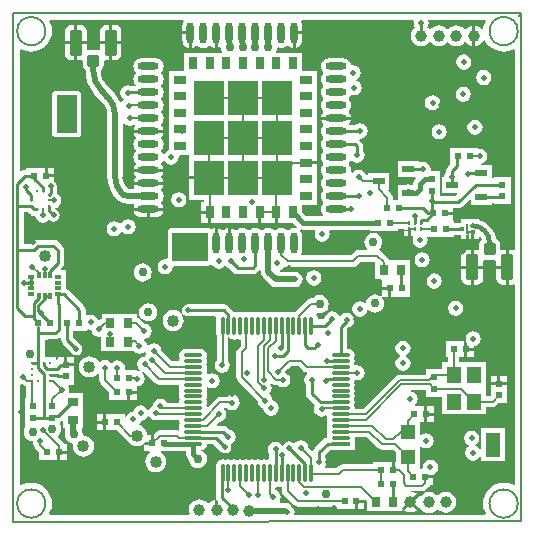
<source format=gtl>
%FSLAX25Y25*%
%MOIN*%
G70*
G01*
G75*
G04 Layer_Physical_Order=1*
G04 Layer_Color=255*
%ADD10C,0.01500*%
%ADD11C,0.02000*%
%ADD12R,0.02362X0.02362*%
%ADD13R,0.05000X0.07874*%
%ADD14R,0.05000X0.05000*%
%ADD15R,0.04800X0.05600*%
%ADD16R,0.02362X0.02362*%
%ADD17R,0.02756X0.03347*%
%ADD18O,0.06299X0.01181*%
%ADD19O,0.01181X0.06299*%
%ADD20R,0.06299X0.01181*%
%ADD21C,0.03937*%
G04:AMPARAMS|DCode=22|XSize=41.34mil|YSize=86.61mil|CornerRadius=6.2mil|HoleSize=0mil|Usage=FLASHONLY|Rotation=0.000|XOffset=0mil|YOffset=0mil|HoleType=Round|Shape=RoundedRectangle|*
%AMROUNDEDRECTD22*
21,1,0.04134,0.07421,0,0,0.0*
21,1,0.02894,0.08661,0,0,0.0*
1,1,0.01240,0.01447,-0.03711*
1,1,0.01240,-0.01447,-0.03711*
1,1,0.01240,-0.01447,0.03711*
1,1,0.01240,0.01447,0.03711*
%
%ADD22ROUNDEDRECTD22*%
G04:AMPARAMS|DCode=23|XSize=39.37mil|YSize=41.34mil|CornerRadius=5.91mil|HoleSize=0mil|Usage=FLASHONLY|Rotation=0.000|XOffset=0mil|YOffset=0mil|HoleType=Round|Shape=RoundedRectangle|*
%AMROUNDEDRECTD23*
21,1,0.03937,0.02953,0,0,0.0*
21,1,0.02756,0.04134,0,0,0.0*
1,1,0.01181,0.01378,-0.01476*
1,1,0.01181,-0.01378,-0.01476*
1,1,0.01181,-0.01378,0.01476*
1,1,0.01181,0.01378,0.01476*
%
%ADD23ROUNDEDRECTD23*%
%ADD24R,0.00984X0.01083*%
%ADD25R,0.01083X0.00984*%
%ADD26R,0.03347X0.02756*%
%ADD27R,0.01890X0.01181*%
%ADD28R,0.01181X0.01890*%
%ADD29R,0.00984X0.01083*%
%ADD30R,0.01083X0.00984*%
%ADD31R,0.00787X0.01378*%
%ADD32R,0.01181X0.01378*%
%ADD33R,0.00984X0.01378*%
%ADD34R,0.01181X0.01181*%
%ADD35R,0.03937X0.02362*%
%ADD36R,0.03937X0.03150*%
%ADD37R,0.03150X0.03937*%
%ADD38R,0.09843X0.11811*%
%ADD39O,0.07087X0.02362*%
%ADD40O,0.02362X0.07087*%
%ADD41C,0.00800*%
%ADD42C,0.01000*%
%ADD43C,0.00500*%
%ADD44C,0.00600*%
%ADD45R,0.12000X0.09600*%
%ADD46C,0.02000*%
%ADD47C,0.04000*%
%ADD48C,0.03000*%
G36*
X121418Y24356D02*
X122013Y23958D01*
X122130Y23935D01*
X122715Y23818D01*
X126549D01*
X127340Y23027D01*
Y19800D01*
X127091D01*
Y17118D01*
X126091D01*
Y19800D01*
X119973D01*
Y19056D01*
X109875D01*
X109134Y18909D01*
X108505Y18489D01*
X107655Y17639D01*
X104003D01*
X103768Y18080D01*
X104283Y18851D01*
X104477Y19827D01*
X104283Y20802D01*
X103967Y21275D01*
Y22173D01*
X105558Y23763D01*
X113707D01*
Y27617D01*
X113748Y27822D01*
X113858Y27956D01*
X117818D01*
X121418Y24356D01*
D02*
G37*
G36*
X157361Y166684D02*
X157010Y166027D01*
X156617Y164732D01*
X156571Y164260D01*
X156090Y164122D01*
X155974Y164274D01*
X155249Y164830D01*
X154405Y165179D01*
X154000Y165233D01*
Y161799D01*
Y158367D01*
X154405Y158421D01*
X155249Y158770D01*
X155974Y159326D01*
X156530Y160051D01*
X156677Y160408D01*
X157177Y160432D01*
X157648Y159552D01*
X158506Y158506D01*
X159552Y157648D01*
X160745Y157010D01*
X162039Y156617D01*
X163386Y156484D01*
X164732Y156617D01*
X166027Y157010D01*
X166684Y157361D01*
X167113Y157104D01*
Y90736D01*
X166727Y90418D01*
X165954Y90572D01*
X165007D01*
Y84699D01*
Y78828D01*
X165954D01*
X166727Y78982D01*
X167113Y78664D01*
Y12187D01*
X166684Y11930D01*
X166027Y12281D01*
X164732Y12674D01*
X163386Y12807D01*
X162039Y12674D01*
X160745Y12281D01*
X159552Y11644D01*
X158506Y10785D01*
X157648Y9740D01*
X157010Y8546D01*
X156617Y7252D01*
X156484Y5906D01*
X156617Y4559D01*
X157010Y3264D01*
X157361Y2607D01*
X157104Y2178D01*
X93970D01*
X93652Y2565D01*
X93745Y3032D01*
X93551Y4007D01*
X92999Y4834D01*
X92666Y5056D01*
X92444Y5389D01*
X91617Y5942D01*
X90641Y6136D01*
X88958D01*
X88722Y6577D01*
X88988Y6975D01*
X89182Y7951D01*
X88988Y8926D01*
X88436Y9753D01*
X87609Y10306D01*
X87271Y10373D01*
Y11212D01*
X87404Y11321D01*
X88220Y11483D01*
X88388Y11596D01*
X88557Y11483D01*
X89373Y11321D01*
X89506Y11212D01*
Y10153D01*
X89622Y9567D01*
X89645Y9450D01*
X90043Y8855D01*
X93539Y5360D01*
X94134Y4962D01*
X94251Y4939D01*
X94836Y4822D01*
X107663D01*
Y3976D01*
X113781D01*
Y6658D01*
X114280D01*
Y7157D01*
X116962D01*
Y7051D01*
X117424Y7243D01*
X117833Y6833D01*
Y3377D01*
X123589D01*
Y3377D01*
X123589D01*
X123589Y3377D01*
X123739D01*
Y3377D01*
X129495D01*
Y3729D01*
X129943Y3951D01*
X129829Y4038D01*
X129522Y4438D01*
X131949Y6865D01*
D01*
X131950Y6865D01*
X131950Y6866D01*
D01*
X134377Y9293D01*
X134052Y9542D01*
X133209Y9891D01*
X132303Y10010D01*
X132379Y10086D01*
X136317D01*
X136903Y10203D01*
X137020Y10226D01*
X137615Y10623D01*
X138515Y11524D01*
X138781Y11922D01*
X138913Y12119D01*
X138932Y12213D01*
X139899D01*
Y14394D01*
X137217D01*
Y15394D01*
X138914D01*
X138988Y15380D01*
X139062Y15394D01*
X139899D01*
Y15561D01*
X139963Y15574D01*
X140790Y16126D01*
X141343Y16953D01*
X141537Y17929D01*
X141343Y18904D01*
X140790Y19731D01*
X139963Y20284D01*
X138988Y20478D01*
X138012Y20284D01*
X137185Y19731D01*
X136633Y18904D01*
X136439Y17929D01*
X136149Y17575D01*
X135340D01*
Y24761D01*
X135781Y24996D01*
X136539Y24490D01*
X137514Y24296D01*
X138490Y24490D01*
X139317Y25043D01*
X139869Y25870D01*
X140064Y26845D01*
X139869Y27821D01*
X139317Y28647D01*
X138490Y29200D01*
X137514Y29394D01*
X136539Y29200D01*
X135781Y28694D01*
X135340Y28929D01*
Y32984D01*
X136876D01*
Y35664D01*
Y38346D01*
X133821D01*
X133676Y38824D01*
X134002Y39043D01*
X134555Y39870D01*
X134749Y40845D01*
X134555Y41821D01*
X134002Y42648D01*
X133176Y43200D01*
X132200Y43394D01*
Y43436D01*
X132554Y43790D01*
X137417D01*
Y41550D01*
X142779D01*
D01*
X142779D01*
X142866Y41463D01*
Y35616D01*
X149612D01*
Y35616D01*
X157412D01*
Y38081D01*
X159693D01*
X160278Y38198D01*
X160395Y38221D01*
X160990Y38619D01*
X161642Y39271D01*
X164409D01*
Y44633D01*
X164409D01*
Y45389D01*
X159047D01*
Y43208D01*
X159047D01*
Y41866D01*
X158932Y41752D01*
X157412D01*
Y44216D01*
D01*
Y44216D01*
X157412Y44216D01*
Y44347D01*
X157412D01*
Y52947D01*
X148664D01*
Y54666D01*
X150266D01*
Y57346D01*
Y60028D01*
X144148D01*
Y54666D01*
X144994D01*
Y52947D01*
X142866D01*
Y50849D01*
X142779D01*
Y50849D01*
X137417D01*
Y48799D01*
X128876D01*
X128174Y48660D01*
X127578Y48262D01*
X116848Y37532D01*
X113857D01*
X113748Y37665D01*
X113586Y38481D01*
X113473Y38649D01*
X113586Y38818D01*
X113748Y39634D01*
X113586Y40449D01*
X113473Y40618D01*
X113586Y40786D01*
X113748Y41602D01*
X113586Y42418D01*
X113473Y42586D01*
X113586Y42755D01*
X113748Y43571D01*
X113586Y44386D01*
X113473Y44555D01*
X113586Y44723D01*
X113748Y45539D01*
X113586Y46355D01*
X113473Y46523D01*
X113586Y46692D01*
X113602Y46771D01*
X114017Y47049D01*
X114495Y46954D01*
X115470Y47148D01*
X116297Y47701D01*
X116850Y48528D01*
X117043Y49503D01*
X116850Y50479D01*
X116297Y51305D01*
X115470Y51858D01*
X114495Y52052D01*
X114007Y51955D01*
X113591Y52233D01*
X113586Y52260D01*
X113473Y52429D01*
X113586Y52597D01*
X113748Y53413D01*
X113586Y54229D01*
X113473Y54397D01*
X113586Y54566D01*
X113748Y55382D01*
X113586Y56197D01*
X113124Y56889D01*
X112432Y57351D01*
X111617Y57513D01*
X111097D01*
Y64023D01*
X111668Y64594D01*
X112066Y64673D01*
X112893Y65226D01*
X113445Y66053D01*
X113639Y67028D01*
X113445Y68003D01*
X112893Y68831D01*
X112066Y69383D01*
X111090Y69577D01*
X110115Y69383D01*
X109288Y68831D01*
X109089Y68532D01*
X108760Y68467D01*
X108545D01*
X108018Y69256D01*
X107191Y69809D01*
X106215Y70003D01*
X105240Y69809D01*
X104413Y69256D01*
X103860Y68429D01*
X103750Y67871D01*
X103141Y67263D01*
X101347D01*
Y67783D01*
X101184Y68599D01*
X100846Y69105D01*
X101163Y69492D01*
X101284Y69441D01*
X102067Y69338D01*
X102850Y69441D01*
X103580Y69744D01*
X104207Y70225D01*
X104688Y70851D01*
X104990Y71581D01*
X105093Y72364D01*
X104990Y73147D01*
X104688Y73877D01*
X104207Y74504D01*
X103580Y74985D01*
X102850Y75287D01*
X102067Y75390D01*
X101284Y75287D01*
X100554Y74985D01*
X99928Y74504D01*
X99772Y74301D01*
X99228D01*
X98486Y74154D01*
X97858Y73734D01*
X93918Y69794D01*
X93310Y69915D01*
X92494Y69752D01*
X92325Y69640D01*
X92157Y69752D01*
X91341Y69915D01*
X90525Y69752D01*
X90357Y69640D01*
X90188Y69752D01*
X89373Y69915D01*
X88557Y69752D01*
X88388Y69640D01*
X88220Y69752D01*
X87404Y69915D01*
X86588Y69752D01*
X86420Y69640D01*
X86251Y69752D01*
X85436Y69915D01*
X84620Y69752D01*
X84451Y69640D01*
X84283Y69752D01*
X83467Y69915D01*
X82651Y69752D01*
X82483Y69640D01*
X82314Y69752D01*
X81499Y69915D01*
X80683Y69752D01*
X80514Y69640D01*
X80346Y69752D01*
X79530Y69915D01*
X78714Y69752D01*
X78546Y69640D01*
X78377Y69752D01*
X77562Y69915D01*
X76746Y69752D01*
X76577Y69640D01*
X76409Y69752D01*
X75593Y69915D01*
X74777Y69752D01*
X74609Y69640D01*
X74440Y69752D01*
X73625Y69915D01*
X73327Y69855D01*
X73098Y70199D01*
X71548Y71749D01*
X70886Y72192D01*
X70106Y72347D01*
X58219D01*
X57438Y72192D01*
X56777Y71749D01*
X56335Y71088D01*
X56180Y70307D01*
X56335Y69527D01*
X56777Y68866D01*
X57438Y68424D01*
X58219Y68268D01*
X67259D01*
X67576Y67882D01*
X67556Y67783D01*
Y62665D01*
X67718Y61849D01*
X67750Y61801D01*
Y53686D01*
X67272Y52970D01*
X67078Y51995D01*
X67272Y51020D01*
X67825Y50193D01*
X68652Y49640D01*
X69627Y49446D01*
X70603Y49640D01*
X71430Y50193D01*
X71982Y51020D01*
X72176Y51995D01*
X71982Y52970D01*
X71625Y53505D01*
Y60508D01*
X71656Y60533D01*
X71625Y60539D01*
Y61801D01*
X71656Y61848D01*
X72117Y61158D01*
X72156Y61132D01*
Y60633D01*
X72472Y60696D01*
X72640Y60808D01*
X72809Y60696D01*
X73625Y60533D01*
X74440Y60696D01*
X74609Y60808D01*
X74777Y60696D01*
X75593Y60533D01*
X75726Y60424D01*
Y58485D01*
X74819Y57577D01*
X74553Y57179D01*
X74421Y56982D01*
X74281Y56279D01*
Y48011D01*
X74398Y47426D01*
X74421Y47309D01*
X74819Y46714D01*
X81366Y40167D01*
X81548Y39249D01*
X82100Y38422D01*
X82928Y37870D01*
X83343Y37787D01*
X83331Y37725D01*
X83525Y36750D01*
X84077Y35923D01*
X84904Y35370D01*
X85879Y35176D01*
X86855Y35370D01*
X87682Y35923D01*
X88235Y36750D01*
X88428Y37725D01*
X88235Y38700D01*
X87682Y39527D01*
X86855Y40080D01*
X86440Y40163D01*
X86452Y40225D01*
X86258Y41200D01*
X85705Y42027D01*
X85293Y42303D01*
Y42604D01*
X85846Y43431D01*
X86040Y44406D01*
X85846Y45382D01*
X85647Y45680D01*
X85744Y45826D01*
X86242Y45875D01*
X86274Y45842D01*
X86903Y45422D01*
X87644Y45275D01*
X88153D01*
X88779Y44857D01*
X89754Y44663D01*
X90730Y44857D01*
X91557Y45410D01*
X92109Y46237D01*
X92303Y47212D01*
X92109Y48187D01*
X91557Y49014D01*
X90730Y49567D01*
X90719Y49569D01*
X90621Y49715D01*
X92592Y51686D01*
X95043D01*
X96582Y50147D01*
X96980Y49881D01*
X97177Y49749D01*
X97849Y49615D01*
X97880Y49460D01*
X97880Y49081D01*
X97570Y48873D01*
X97017Y48046D01*
X96823Y47071D01*
X97017Y46095D01*
X97434Y45472D01*
Y42573D01*
X97434Y42573D01*
X97434D01*
X97589Y41792D01*
X98031Y41131D01*
X100498Y38664D01*
X100322Y38401D01*
X100128Y37426D01*
X100322Y36451D01*
X100875Y35624D01*
X101702Y35071D01*
X102678Y34877D01*
X103653Y35071D01*
X104019Y35316D01*
X104459Y35133D01*
X104518Y34938D01*
X104529Y34881D01*
X104540Y34864D01*
X104604Y34655D01*
X104529Y34544D01*
X104367Y33728D01*
X104529Y32912D01*
X104642Y32744D01*
X104529Y32575D01*
X104367Y31760D01*
X104529Y30944D01*
X104642Y30775D01*
X104529Y30607D01*
X104367Y29791D01*
X104529Y28975D01*
X104642Y28807D01*
X104529Y28638D01*
X104367Y27823D01*
X104367Y27822D01*
X104367Y27822D01*
X104361Y27813D01*
X103984Y27738D01*
X103323Y27296D01*
X100486Y24459D01*
X100044Y23798D01*
X100015Y23651D01*
X99537Y23506D01*
X98297Y24745D01*
X98151Y25482D01*
X97598Y26309D01*
X96771Y26862D01*
X95796Y27056D01*
X94820Y26862D01*
X93993Y26309D01*
X93815Y26042D01*
X93317Y25993D01*
X93312Y25999D01*
X92650Y26441D01*
X91870Y26596D01*
X91090Y26441D01*
X90428Y25999D01*
X89986Y25337D01*
X89983Y25320D01*
X89492Y25223D01*
X89146Y25741D01*
X88319Y26294D01*
X87343Y26488D01*
X86368Y26294D01*
X85541Y25741D01*
X84988Y24914D01*
X84794Y23939D01*
X84988Y22963D01*
X85304Y22491D01*
Y20676D01*
X84620Y20540D01*
X84451Y20427D01*
X84283Y20540D01*
X83467Y20702D01*
X82651Y20540D01*
X82483Y20427D01*
X82314Y20540D01*
X81499Y20702D01*
X80683Y20540D01*
X80514Y20427D01*
X80346Y20540D01*
X79530Y20702D01*
X78714Y20540D01*
X78546Y20427D01*
X78377Y20540D01*
X77562Y20702D01*
X76746Y20540D01*
X76577Y20427D01*
X76409Y20540D01*
X75593Y20702D01*
X74777Y20540D01*
X74609Y20427D01*
X74440Y20540D01*
X73625Y20702D01*
X72809Y20540D01*
X72640Y20427D01*
X72472Y20540D01*
X71656Y20702D01*
X70840Y20540D01*
X70672Y20427D01*
X70503Y20540D01*
X69688Y20702D01*
X68872Y20540D01*
X68180Y20078D01*
X67718Y19386D01*
X67556Y18571D01*
Y13452D01*
X67599Y13238D01*
Y7722D01*
X67647Y7477D01*
X67356Y7070D01*
X67719Y7118D01*
X67754Y6942D01*
X68196Y6280D01*
X68268Y6208D01*
Y3625D01*
X67268D01*
Y7059D01*
X66862Y7005D01*
X66018Y6656D01*
X65294Y6100D01*
X65181Y5952D01*
X64681D01*
X64397Y6321D01*
X63673Y6877D01*
X62829Y7227D01*
X61924Y7346D01*
X61018Y7227D01*
X60175Y6877D01*
X59450Y6321D01*
X58894Y5596D01*
X58544Y4753D01*
X58425Y3847D01*
X58544Y2942D01*
X58689Y2594D01*
X58411Y2178D01*
X12187D01*
X11930Y2607D01*
X12281Y3264D01*
X12674Y4559D01*
X12807Y5906D01*
X12674Y7252D01*
X12281Y8546D01*
X11644Y9740D01*
X10785Y10785D01*
X9740Y11644D01*
X8546Y12281D01*
X7252Y12674D01*
X5906Y12807D01*
X4559Y12674D01*
X3264Y12281D01*
X2607Y11930D01*
X2178Y12187D01*
Y45494D01*
X2565Y45811D01*
X3073Y45710D01*
X3345Y45438D01*
X3941Y45040D01*
X4057Y45017D01*
X4158Y44997D01*
Y44694D01*
X4315D01*
Y40949D01*
X3917D01*
Y35587D01*
Y31650D01*
X3917Y31650D01*
X3917D01*
X3978Y31525D01*
X3785Y31273D01*
X3483Y30543D01*
X3380Y29760D01*
X3483Y28977D01*
X3785Y28247D01*
X4266Y27620D01*
X4893Y27139D01*
X5622Y26837D01*
X6337Y26743D01*
X6510Y25876D01*
X6944Y25226D01*
X7075Y24567D01*
X7495Y23939D01*
X8542Y22892D01*
Y20269D01*
X14660D01*
Y22951D01*
X15159D01*
Y23450D01*
X17841D01*
Y25631D01*
X16886D01*
X16856Y25787D01*
X16458Y26382D01*
X14774Y28066D01*
X14807Y28565D01*
X15081Y28775D01*
X15562Y29402D01*
X15864Y30132D01*
X15967Y30915D01*
X15864Y31698D01*
X15562Y32428D01*
X15479Y32536D01*
Y33234D01*
X15523Y33243D01*
X16184Y33685D01*
X16196Y33697D01*
X16658Y33506D01*
Y30957D01*
X17282D01*
Y30217D01*
X17144Y29883D01*
X17041Y29100D01*
X17144Y28317D01*
X17446Y27587D01*
X17927Y26960D01*
X18554Y26480D01*
X19284Y26177D01*
X19585Y26138D01*
X19890Y25741D01*
X19804Y25089D01*
X19924Y24175D01*
X20277Y23324D01*
X20838Y22593D01*
X21569Y22032D01*
X22420Y21679D01*
X23334Y21559D01*
X24248Y21679D01*
X25099Y22032D01*
X25830Y22593D01*
X26391Y23324D01*
X26744Y24175D01*
X26864Y25089D01*
X26744Y26002D01*
X26391Y26854D01*
X25830Y27585D01*
X25099Y28146D01*
X24248Y28499D01*
X23334Y28619D01*
X23065Y28888D01*
X23093Y29100D01*
X22990Y29883D01*
X22687Y30613D01*
X22857Y30957D01*
X23005D01*
Y36713D01*
D01*
Y36713D01*
X23005Y36713D01*
X23005Y36863D01*
X23005D01*
Y42619D01*
X18697D01*
X18380Y43005D01*
X18555Y43885D01*
X18361Y44861D01*
X18173Y45143D01*
X18408Y45584D01*
X20049D01*
Y49521D01*
Y51702D01*
X17367D01*
Y52201D01*
X16868D01*
Y54883D01*
X14687D01*
Y54020D01*
X14271Y53742D01*
X14048Y53835D01*
Y54781D01*
X10359D01*
Y60592D01*
X11298D01*
X11354Y60603D01*
X13851D01*
X14631Y60758D01*
X15292Y61200D01*
X15388Y61295D01*
X15849Y61104D01*
Y60532D01*
X15849Y60532D01*
X15849D01*
X16005Y59752D01*
X16447Y59090D01*
X19509Y56029D01*
X20170Y55587D01*
X20951Y55431D01*
X21731Y55587D01*
X22392Y56029D01*
X22834Y56690D01*
X22990Y57471D01*
X22834Y58251D01*
X22392Y58912D01*
X19928Y61377D01*
Y63504D01*
X24507D01*
Y63669D01*
X24893Y63986D01*
X25706Y63825D01*
X25706Y63825D01*
X25706Y63825D01*
X25962Y63654D01*
X26076Y63079D01*
X26629Y62252D01*
X27456Y61700D01*
X28431Y61506D01*
X28878Y61595D01*
X29264Y61278D01*
Y56714D01*
X35020D01*
X35020Y56714D01*
Y56714D01*
X35020D01*
X35170Y56714D01*
X35374Y56714D01*
X35374Y56714D01*
Y56714D01*
X40053D01*
X40192Y56507D01*
X41019Y55954D01*
X41994Y55760D01*
X42970Y55954D01*
X43797Y56507D01*
X44287Y56179D01*
Y55679D01*
X44226Y55638D01*
X43720Y54880D01*
X42789Y54695D01*
X41963Y54143D01*
X41410Y53316D01*
X41216Y52340D01*
X41410Y51365D01*
X41963Y50538D01*
X42180Y50393D01*
X41989Y49931D01*
X41305Y50067D01*
X41285Y50083D01*
Y50493D01*
X37487D01*
X37170Y50880D01*
X37216Y51110D01*
X37022Y52086D01*
X36469Y52913D01*
X35642Y53465D01*
X34667Y53659D01*
X33691Y53465D01*
X32864Y52913D01*
X32404D01*
X32313Y53049D01*
X31486Y53601D01*
X30511Y53795D01*
X29535Y53601D01*
X28708Y53049D01*
D01*
X28351Y53228D01*
X27790Y53960D01*
X27059Y54521D01*
X26208Y54873D01*
X25294Y54994D01*
X24380Y54873D01*
X23529Y54521D01*
X22798Y53960D01*
X22237Y53228D01*
X21884Y52377D01*
X21764Y51463D01*
X21884Y50550D01*
X22237Y49698D01*
X22798Y48967D01*
X23529Y48406D01*
X24380Y48054D01*
X25294Y47933D01*
X26208Y48054D01*
X27059Y48406D01*
X27790Y48967D01*
X28035Y49286D01*
X28132Y49351D01*
X28573Y49116D01*
Y47124D01*
X28721Y46383D01*
X29141Y45754D01*
X31761Y43134D01*
Y40280D01*
X37879D01*
Y42962D01*
X38378D01*
Y43461D01*
X41060D01*
Y44767D01*
X41305Y44969D01*
X42280Y45163D01*
X43107Y45715D01*
X43660Y46542D01*
X43854Y47518D01*
X43660Y48493D01*
X43107Y49320D01*
X42890Y49465D01*
X43081Y49927D01*
X43527Y49839D01*
X47228Y46138D01*
X47856Y45718D01*
X48598Y45570D01*
X55129D01*
X55155Y45539D01*
X55317Y44723D01*
X55429Y44555D01*
X55317Y44386D01*
X55155Y43571D01*
X55317Y42755D01*
X55429Y42586D01*
X55317Y42418D01*
X55155Y41602D01*
X55317Y40786D01*
X55429Y40618D01*
X55317Y40449D01*
X55155Y39634D01*
X55045Y39500D01*
X51136D01*
X50701Y40151D01*
X49874Y40703D01*
X48898Y40898D01*
X47923Y40703D01*
X47096Y40151D01*
X46543Y39324D01*
X46361Y38405D01*
X45682Y37952D01*
X45181Y37202D01*
X44741D01*
X44672Y37216D01*
X44245Y37854D01*
X43418Y38407D01*
X42443Y38601D01*
X41467Y38407D01*
X40640Y37854D01*
X40088Y37027D01*
X39978Y36475D01*
X39009Y36283D01*
X38182Y35730D01*
X37629Y34903D01*
X37593Y34718D01*
X37095Y34767D01*
Y35754D01*
X30977D01*
Y33072D01*
Y30392D01*
X34355D01*
X37571Y27177D01*
X38022Y26875D01*
X38061Y26781D01*
X38622Y26050D01*
X39353Y25489D01*
X40205Y25137D01*
X41118Y25016D01*
X42032Y25137D01*
X42883Y25489D01*
X43170Y25709D01*
X43618Y25488D01*
Y26054D01*
X43927Y26457D01*
X45799D01*
Y28638D01*
X44636D01*
X44528Y29460D01*
X44175Y30312D01*
X43614Y31043D01*
X42883Y31604D01*
X42032Y31956D01*
X41820Y31984D01*
X41787Y32125D01*
X42339Y32952D01*
X42449Y33504D01*
X43418Y33697D01*
X44245Y34249D01*
X44746Y34999D01*
X45186D01*
X45255Y34985D01*
X45682Y34347D01*
X46509Y33794D01*
X47484Y33600D01*
X48460Y33794D01*
X48560Y33861D01*
X55045D01*
X55155Y33728D01*
X55317Y32912D01*
X55429Y32744D01*
X55317Y32575D01*
X55155Y31759D01*
X55317Y30944D01*
X55429Y30775D01*
X55317Y30607D01*
X55225Y30146D01*
X55186Y30154D01*
X54601Y30270D01*
X48778D01*
X48076Y30131D01*
X47480Y29733D01*
X46385Y28638D01*
X46799D01*
Y25956D01*
X46300D01*
Y25457D01*
X43618D01*
Y23276D01*
X45301D01*
X45461Y22802D01*
X44934Y22397D01*
X44373Y21666D01*
X44020Y20815D01*
X43900Y19901D01*
X44020Y18987D01*
X44373Y18136D01*
X44934Y17405D01*
X45665Y16844D01*
X46516Y16491D01*
X47430Y16371D01*
X48344Y16491D01*
X49195Y16844D01*
X49926Y17405D01*
X50487Y18136D01*
X50840Y18987D01*
X50960Y19901D01*
X50840Y20815D01*
X50487Y21666D01*
X49926Y22397D01*
X49195Y22958D01*
X49258Y23276D01*
X52917D01*
Y23560D01*
X57551D01*
Y22448D01*
X57726Y21570D01*
X58223Y20826D01*
X58223Y20826D01*
X58223Y20826D01*
X58460Y20589D01*
X58530Y20057D01*
X58832Y19328D01*
X59313Y18701D01*
X59940Y18220D01*
X60669Y17918D01*
X61453Y17815D01*
X62236Y17918D01*
X62966Y18220D01*
X63592Y18701D01*
X64073Y19328D01*
X64376Y20057D01*
X64479Y20841D01*
X64376Y21624D01*
X64073Y22354D01*
X63592Y22980D01*
X62966Y23461D01*
X62399Y23696D01*
X62404Y23722D01*
X63220Y23885D01*
X63911Y24347D01*
X64373Y25038D01*
X64521Y25783D01*
X66642D01*
X69165Y23260D01*
X69827Y22818D01*
X70607Y22663D01*
X71387Y22818D01*
X72049Y23260D01*
X72491Y23922D01*
X72646Y24702D01*
X72491Y25482D01*
X72584Y25708D01*
X72610Y25713D01*
X73437Y26265D01*
X73989Y27092D01*
X74183Y28068D01*
X73989Y29043D01*
X73437Y29870D01*
X72610Y30423D01*
X72052Y30533D01*
X71353Y31233D01*
X71353Y31233D01*
X70956Y31498D01*
X70691Y31675D01*
X69911Y31830D01*
X69911D01*
D01*
X67877D01*
X67686Y32292D01*
X68634Y33241D01*
X69372Y33387D01*
X70199Y33940D01*
X70751Y34767D01*
X70945Y35742D01*
X70751Y36718D01*
X70199Y37545D01*
X70278Y37808D01*
X71093D01*
X71110Y37782D01*
X71937Y37230D01*
X72912Y37036D01*
X73888Y37230D01*
X74715Y37782D01*
X75267Y38609D01*
X75461Y39585D01*
X75267Y40560D01*
X74715Y41387D01*
X73888Y41939D01*
X72912Y42134D01*
X71937Y41939D01*
X71246Y41478D01*
X68986D01*
X68284Y41339D01*
X67688Y40941D01*
X64890Y38142D01*
X64412Y38288D01*
X64373Y38481D01*
X64261Y38649D01*
X64373Y38818D01*
X64536Y39634D01*
X64373Y40449D01*
X64261Y40618D01*
X64373Y40786D01*
X64536Y41602D01*
X64373Y42418D01*
X64261Y42586D01*
X64373Y42755D01*
X64536Y43571D01*
X64373Y44386D01*
X64261Y44555D01*
X64373Y44723D01*
X64732Y44872D01*
X65233Y44537D01*
X66209Y44343D01*
X67184Y44537D01*
X68011Y45090D01*
X68563Y45917D01*
X68758Y46892D01*
X68563Y47868D01*
X68011Y48695D01*
X67184Y49247D01*
X66209Y49441D01*
X65233Y49247D01*
X64919Y49038D01*
X64504Y49315D01*
X64536Y49476D01*
X64373Y50292D01*
X64261Y50460D01*
X64373Y50629D01*
X64536Y51445D01*
X64373Y52260D01*
X64261Y52429D01*
X64373Y52597D01*
X64536Y53413D01*
X64373Y54229D01*
X64261Y54397D01*
X64373Y54566D01*
X64536Y55382D01*
X64373Y56197D01*
X63911Y56889D01*
X63220Y57351D01*
X62404Y57513D01*
X57286D01*
X56470Y57351D01*
X55779Y56889D01*
X55317Y56197D01*
X55155Y55382D01*
X55317Y54566D01*
X55429Y54397D01*
X55317Y54229D01*
X55155Y53413D01*
X55129Y53382D01*
X52907D01*
X49248Y57041D01*
X49101Y57778D01*
X48549Y58605D01*
X47722Y59158D01*
X46746Y59352D01*
X45771Y59158D01*
X44944Y58605D01*
X44414Y58960D01*
X44349Y59284D01*
X43797Y60111D01*
X43535Y60286D01*
X43628Y60752D01*
X44604Y60946D01*
X45430Y61498D01*
X45983Y62325D01*
X46177Y63301D01*
X45983Y64276D01*
X45430Y65103D01*
X44604Y65656D01*
X43628Y65850D01*
X43607Y65846D01*
X42123Y67329D01*
X41545Y67716D01*
X41015Y67821D01*
Y69240D01*
X35463D01*
X35463Y69240D01*
Y69240D01*
X35259Y69240D01*
X35184Y69240D01*
X35109D01*
X34905Y69240D01*
X34905Y69240D01*
Y69240D01*
X29353D01*
Y67624D01*
X29074Y67437D01*
X28589Y66953D01*
X28111Y67098D01*
X28061Y67349D01*
X27508Y68176D01*
X26681Y68729D01*
X25706Y68923D01*
X24730Y68729D01*
X24507Y68848D01*
Y68867D01*
X24021D01*
Y70510D01*
X24021Y70510D01*
X23866Y71290D01*
X23424Y71952D01*
X18308Y77067D01*
X17647Y77509D01*
X17337Y77571D01*
Y79440D01*
Y83621D01*
X15996D01*
X15804Y84083D01*
X16329Y84608D01*
X16329Y84608D01*
X16594Y85005D01*
X16771Y85269D01*
X16926Y86050D01*
Y90287D01*
X16926Y90287D01*
X16771Y91067D01*
X16329Y91729D01*
X16329Y91729D01*
X14730Y93328D01*
X14068Y93770D01*
X13288Y93925D01*
X8315D01*
X7535Y93770D01*
X6873Y93328D01*
X6074Y92529D01*
X3360D01*
Y103004D01*
X4991D01*
X5495Y102499D01*
X5703Y102361D01*
X5861Y102255D01*
Y101900D01*
X7318D01*
X7467Y101154D01*
X8019Y100327D01*
X8846Y99775D01*
X9822Y99581D01*
X10797Y99775D01*
X11624Y100327D01*
X11624Y100327D01*
X11942Y100516D01*
X12604Y100074D01*
X13384Y99918D01*
X14165Y100074D01*
X14826Y100516D01*
X15268Y101177D01*
X15424Y101957D01*
X15268Y102738D01*
X14826Y103399D01*
X13881Y104345D01*
Y104475D01*
X13843D01*
X13881Y104482D01*
Y104483D01*
X14413Y104588D01*
X15240Y105141D01*
X15792Y105968D01*
X15986Y106943D01*
X15792Y107919D01*
X15240Y108746D01*
X14426Y109290D01*
X14468Y109502D01*
Y109502D01*
Y109502D01*
Y111765D01*
X14313Y112545D01*
X13871Y113207D01*
X13618Y113375D01*
Y114643D01*
X10936D01*
Y115142D01*
X10437D01*
Y117824D01*
X4319D01*
Y117536D01*
X3966Y117183D01*
X3937D01*
X3937Y117183D01*
Y117183D01*
X3157Y117027D01*
X2619Y116668D01*
X2178Y116904D01*
Y157104D01*
X2607Y157361D01*
X3264Y157010D01*
X4559Y156617D01*
X5906Y156484D01*
X7252Y156617D01*
X8546Y157010D01*
X9740Y157648D01*
X10785Y158506D01*
X11644Y159552D01*
X12281Y160745D01*
X12674Y162039D01*
X12807Y163386D01*
X12674Y164732D01*
X12281Y166027D01*
X11930Y166684D01*
X12187Y167113D01*
X56486D01*
X56707Y166665D01*
X56636Y166572D01*
X56366Y165920D01*
X56274Y165220D01*
Y163358D01*
X58979D01*
Y162859D01*
X59478D01*
Y157858D01*
X59678Y157884D01*
X60330Y158154D01*
X60890Y158584D01*
X60893Y158588D01*
X61393D01*
X61396Y158584D01*
X61957Y158154D01*
X62609Y157884D01*
X63309Y157792D01*
X64009Y157884D01*
X64661Y158154D01*
X65221Y158584D01*
X65224Y158588D01*
X65724D01*
X65727Y158584D01*
X66287Y158154D01*
X66940Y157884D01*
X67140Y157858D01*
Y162859D01*
X68139D01*
Y157858D01*
X68339Y157884D01*
X68584Y157985D01*
X69017Y157735D01*
X69085Y157217D01*
X69364Y156543D01*
X69087Y156127D01*
X56887D01*
Y150221D01*
X51963D01*
Y144072D01*
Y138560D01*
Y133048D01*
Y127536D01*
Y123822D01*
X51625Y123755D01*
X50798Y123202D01*
X50283Y122433D01*
X49786Y122482D01*
X49706Y122675D01*
X49276Y123235D01*
X49272Y123238D01*
Y123738D01*
X49276Y123741D01*
X49706Y124302D01*
X49976Y124954D01*
X50068Y125654D01*
X49976Y126354D01*
X49706Y127006D01*
X49276Y127566D01*
X49272Y127569D01*
Y128069D01*
X49276Y128072D01*
X49706Y128632D01*
X49976Y129284D01*
X50002Y129484D01*
X40001D01*
X40027Y129284D01*
X40298Y128632D01*
X40727Y128072D01*
X40731Y128069D01*
Y127569D01*
X40727Y127566D01*
X40298Y127006D01*
X40027Y126354D01*
X39935Y125654D01*
X40027Y124954D01*
X40298Y124302D01*
X40727Y123741D01*
X40731Y123738D01*
Y123238D01*
X40727Y123235D01*
X40298Y122675D01*
X40027Y122023D01*
X39935Y121323D01*
X40027Y120623D01*
X40298Y119971D01*
X40727Y119411D01*
X40731Y119407D01*
Y118907D01*
X40727Y118904D01*
X40298Y118344D01*
X40027Y117692D01*
X40001Y117492D01*
X50002D01*
X49976Y117692D01*
X49706Y118344D01*
X49276Y118904D01*
X49272Y118907D01*
Y119407D01*
X49276Y119411D01*
X49706Y119971D01*
X49825Y120259D01*
X50323Y120308D01*
X50798Y119598D01*
X51625Y119045D01*
X52600Y118851D01*
X53575Y119045D01*
X54402Y119598D01*
X54955Y120424D01*
X55149Y121400D01*
X55102Y121638D01*
X55419Y122024D01*
X58659D01*
Y120413D01*
Y114933D01*
X65081D01*
Y113933D01*
X58659D01*
Y107027D01*
X63639D01*
Y106484D01*
X62399D01*
Y103516D01*
X65475D01*
Y103017D01*
X65974D01*
Y99547D01*
X81510D01*
Y103017D01*
X82509D01*
Y99547D01*
X87021D01*
Y103017D01*
X88021D01*
Y99547D01*
X93257D01*
X94659Y98146D01*
X94381Y97730D01*
X94323Y97754D01*
X93624Y97846D01*
X92924Y97754D01*
X92272Y97484D01*
X91711Y97054D01*
X91708Y97050D01*
X91208D01*
X91205Y97054D01*
X90645Y97484D01*
X89993Y97754D01*
X89293Y97846D01*
X88593Y97754D01*
X87941Y97484D01*
X87381Y97054D01*
X87378Y97050D01*
X86878D01*
X86875Y97054D01*
X86314Y97484D01*
X85662Y97754D01*
X84962Y97846D01*
X84262Y97754D01*
X83610Y97484D01*
X83050Y97054D01*
X83047Y97050D01*
X82547D01*
X82544Y97054D01*
X81984Y97484D01*
X81331Y97754D01*
X80632Y97846D01*
X79932Y97754D01*
X79279Y97484D01*
X78719Y97054D01*
X78716Y97050D01*
X78216D01*
X78213Y97054D01*
X77653Y97484D01*
X77001Y97754D01*
X76301Y97846D01*
X75601Y97754D01*
X74949Y97484D01*
X74389Y97054D01*
X74385Y97050D01*
X73886D01*
X73882Y97054D01*
X73322Y97484D01*
X72670Y97754D01*
X72470Y97780D01*
Y92779D01*
X71470D01*
Y97780D01*
X71270Y97754D01*
X70618Y97484D01*
X70058Y97054D01*
X70055Y97050D01*
X69555D01*
X69552Y97054D01*
X68992Y97484D01*
X68339Y97754D01*
X68139Y97780D01*
Y92779D01*
X67140D01*
Y97780D01*
X66940Y97754D01*
X66287Y97484D01*
X66123Y97358D01*
X65981Y97381D01*
X65485Y97713D01*
X64900Y97829D01*
X63435D01*
X63309Y97846D01*
X63182Y97829D01*
X59105D01*
X58978Y97846D01*
X58851Y97829D01*
X52900D01*
X52315Y97713D01*
X51819Y97381D01*
X51487Y96885D01*
X51371Y96300D01*
Y87693D01*
X50984Y87376D01*
X50618Y87449D01*
X49642Y87255D01*
X48815Y86702D01*
X48263Y85875D01*
X48069Y84900D01*
X48263Y83924D01*
X48815Y83097D01*
X49642Y82545D01*
X50618Y82351D01*
X51593Y82545D01*
X52420Y83097D01*
X52973Y83924D01*
X53167Y84900D01*
X53389Y85171D01*
X64900D01*
X65485Y85287D01*
X65981Y85619D01*
X66526Y85255D01*
X66698Y84998D01*
X67524Y84445D01*
X68500Y84251D01*
X69476Y84445D01*
X70302Y84998D01*
Y84998D01*
X70598Y85098D01*
X71425Y84545D01*
X71732Y84484D01*
X73258Y82958D01*
X73258Y82958D01*
X73258Y82958D01*
Y82958D01*
X73258Y82958D01*
Y82958D01*
X73920Y82516D01*
X74700Y82361D01*
X79700D01*
X80480Y82516D01*
X81142Y82958D01*
X81951Y83767D01*
X82413Y83576D01*
Y83238D01*
X82607Y82262D01*
X83160Y81435D01*
X85787Y78808D01*
X86614Y78256D01*
X87589Y78062D01*
X93866D01*
X94842Y78256D01*
X95669Y78808D01*
X96221Y79635D01*
X96415Y80611D01*
X96221Y81586D01*
X95669Y82413D01*
X94842Y82966D01*
X93866Y83160D01*
X88972D01*
X88876Y83645D01*
X89702Y84198D01*
X90161Y84884D01*
X90652Y84982D01*
X90759Y84910D01*
X91500Y84763D01*
X113200D01*
X113941Y84910D01*
X114570Y85330D01*
X114570Y85330D01*
X114570Y85330D01*
X115802Y86563D01*
X120498D01*
X120522Y86538D01*
Y80627D01*
X122428D01*
X122782Y80273D01*
Y78100D01*
X125464D01*
Y77601D01*
X125963D01*
Y74919D01*
X132081D01*
Y80281D01*
X132081D01*
Y80524D01*
X132184Y80627D01*
X132184D01*
Y86973D01*
X126631D01*
X126631Y86973D01*
Y86973D01*
X126428Y86973D01*
X126353D01*
X126278Y86973D01*
X126074Y86973D01*
X126074Y86973D01*
Y86973D01*
X125223D01*
X125190Y87141D01*
X124770Y87770D01*
X122670Y89870D01*
X122041Y90290D01*
X121484Y90400D01*
X121481Y90434D01*
X122108Y90915D01*
X122589Y91542D01*
X122891Y92272D01*
X122994Y93055D01*
X122891Y93838D01*
X122589Y94568D01*
X122108Y95194D01*
X121481Y95675D01*
X120751Y95977D01*
X119968Y96080D01*
X119185Y95977D01*
X118455Y95675D01*
X117829Y95194D01*
X117348Y94568D01*
X117045Y93838D01*
X116942Y93055D01*
X117045Y92272D01*
X117348Y91542D01*
X117829Y90915D01*
X117834Y90911D01*
X117674Y90437D01*
X115000D01*
X114259Y90290D01*
X113630Y89870D01*
X112398Y88637D01*
X96177D01*
X95965Y89065D01*
X96236Y89718D01*
X96328Y90417D01*
Y95142D01*
X96236Y95842D01*
X95965Y96494D01*
X95648Y96908D01*
X95912Y97333D01*
X96549Y97206D01*
X100401D01*
X100637Y96765D01*
X100601Y96711D01*
X100407Y95736D01*
X100601Y94760D01*
X101154Y93933D01*
X101980Y93381D01*
X102956Y93186D01*
X103931Y93381D01*
X104758Y93933D01*
X105311Y94760D01*
X105505Y95736D01*
X105311Y96711D01*
X105275Y96765D01*
X105510Y97206D01*
X118919D01*
Y96819D01*
X128218D01*
Y97563D01*
X130038D01*
Y97195D01*
Y97195D01*
X132431D01*
Y95227D01*
X133020D01*
X133255Y94786D01*
X133206Y94712D01*
X133012Y93736D01*
X133206Y92761D01*
X133758Y91934D01*
X134585Y91381D01*
X135561Y91187D01*
X136536Y91381D01*
X137363Y91934D01*
X137916Y92761D01*
X138110Y93736D01*
X137916Y94712D01*
X137973Y94819D01*
X146918D01*
Y95309D01*
X147409D01*
Y95310D01*
X149181D01*
Y94079D01*
X150673D01*
Y95309D01*
X151591D01*
Y96269D01*
X151673D01*
Y94079D01*
X152543D01*
Y96269D01*
X152885D01*
X153043Y96238D01*
Y96261D01*
X153543Y96195D01*
Y94079D01*
X155134D01*
Y94887D01*
X155607Y95048D01*
X155975Y94568D01*
X156226Y93962D01*
X155815Y93687D01*
X155353Y92996D01*
X155191Y92180D01*
Y90797D01*
X154804Y90480D01*
X154340Y90572D01*
X153393D01*
Y85200D01*
X156501D01*
Y86865D01*
X156888Y87182D01*
X157322Y87096D01*
X160078D01*
X160512Y87182D01*
X160899Y86865D01*
Y85200D01*
X164007D01*
Y90572D01*
X163060D01*
X162596Y90480D01*
X162209Y90797D01*
Y92180D01*
X162047Y92996D01*
X161585Y93687D01*
X160894Y94150D01*
X160862Y94156D01*
X160836Y94425D01*
X160383Y95916D01*
X159649Y97289D01*
X158661Y98493D01*
X157457Y99481D01*
X156084Y100215D01*
X155134Y100504D01*
Y100721D01*
X154051D01*
X153043Y100820D01*
Y100826D01*
X152515Y100721D01*
X150953D01*
Y100721D01*
X150953D01*
Y99491D01*
X150673D01*
Y100721D01*
X149181D01*
Y99539D01*
X146918D01*
Y100181D01*
X146581D01*
Y102100D01*
X143899D01*
Y103100D01*
X146581D01*
Y104261D01*
X148100D01*
X148880Y104416D01*
X149542Y104858D01*
X152070Y107386D01*
X152532Y107194D01*
Y105519D01*
X159468D01*
Y106161D01*
X160319D01*
Y105619D01*
X165681D01*
Y109556D01*
Y114918D01*
X160319D01*
Y114276D01*
X159468D01*
Y118755D01*
X155960D01*
X155911Y119253D01*
X156376Y119345D01*
X157202Y119898D01*
X157755Y120724D01*
X157949Y121700D01*
X157755Y122676D01*
X157202Y123502D01*
X156376Y124055D01*
X155400Y124249D01*
X154981Y124166D01*
X154718Y124381D01*
Y124381D01*
X145419D01*
Y119019D01*
X145419Y119019D01*
X145419D01*
X145453Y118937D01*
X144716Y118199D01*
X144273Y117538D01*
X144118Y116758D01*
Y116284D01*
X143845Y115875D01*
X143651Y114900D01*
X143584Y114818D01*
X142689D01*
Y109456D01*
X147719D01*
X147910Y108994D01*
X147255Y108339D01*
X142081D01*
Y111319D01*
Y116681D01*
X139320D01*
X139003Y117068D01*
X139049Y117300D01*
X138855Y118275D01*
X138302Y119102D01*
X137476Y119655D01*
X136500Y119849D01*
X135524Y119655D01*
X135510Y119645D01*
X135069Y119881D01*
Y120055D01*
X128131D01*
Y114693D01*
X133895D01*
X134087Y114231D01*
X133878Y114022D01*
X133380Y113278D01*
X133206Y112400D01*
Y112181D01*
X132535D01*
X132478Y112220D01*
X131600Y112394D01*
X130722Y112220D01*
X130665Y112181D01*
X128131D01*
Y106981D01*
X126537D01*
Y107800D01*
X126537Y107800D01*
X126537Y107800D01*
Y107800D01*
X126537D01*
X126537Y107800D01*
X126390Y108541D01*
X125970Y109170D01*
X124846Y110294D01*
X125037Y110756D01*
X125226D01*
Y116118D01*
X118289D01*
Y115374D01*
X117515D01*
X117455Y115675D01*
X116902Y116502D01*
X116076Y117055D01*
X115100Y117249D01*
X114125Y117055D01*
X113298Y116502D01*
X113043Y116121D01*
X112575Y116297D01*
X112666Y116992D01*
X112574Y117692D01*
X112304Y118344D01*
X111874Y118904D01*
X111870Y118907D01*
Y119407D01*
X111874Y119411D01*
X112304Y119971D01*
X112345Y120069D01*
X112823Y120214D01*
X113524Y119745D01*
X114500Y119551D01*
X115475Y119745D01*
X116302Y120298D01*
X116855Y121124D01*
X117049Y122100D01*
X116855Y123075D01*
X116539Y123548D01*
Y125000D01*
X116384Y125780D01*
X115942Y126442D01*
X115251Y127132D01*
X115487Y127574D01*
X115600Y127551D01*
X116576Y127745D01*
X117402Y128298D01*
X117955Y129124D01*
X118149Y130100D01*
X117955Y131076D01*
X117402Y131902D01*
X116576Y132455D01*
X115600Y132649D01*
X114625Y132455D01*
X113979Y132024D01*
X112165D01*
X112118Y132085D01*
X111927Y132472D01*
X112304Y132963D01*
X112574Y133615D01*
X112601Y133815D01*
X102599D01*
X102626Y133615D01*
X102896Y132963D01*
X103326Y132403D01*
X103330Y132400D01*
Y131900D01*
X103326Y131896D01*
X102896Y131336D01*
X102626Y130684D01*
X102534Y129984D01*
X102626Y129284D01*
X102896Y128632D01*
X103326Y128072D01*
X103330Y128069D01*
Y127569D01*
X103326Y127566D01*
X102896Y127006D01*
X102626Y126354D01*
X102534Y125654D01*
X102626Y124954D01*
X102896Y124302D01*
X103326Y123741D01*
X103330Y123738D01*
Y123238D01*
X103326Y123235D01*
X102896Y122675D01*
X102626Y122023D01*
X102534Y121323D01*
X102626Y120623D01*
X102896Y119971D01*
X103326Y119411D01*
X103330Y119407D01*
Y118907D01*
X103326Y118904D01*
X102896Y118344D01*
X102626Y117692D01*
X102534Y116992D01*
X102626Y116292D01*
X102896Y115640D01*
X103326Y115080D01*
X103330Y115077D01*
Y114577D01*
X103326Y114574D01*
X102896Y114014D01*
X102626Y113361D01*
X102534Y112661D01*
X102626Y111961D01*
X102896Y111309D01*
X103326Y110749D01*
X103330Y110746D01*
Y110246D01*
X103326Y110243D01*
X102896Y109683D01*
X102626Y109031D01*
X102534Y108331D01*
X102626Y107631D01*
X102896Y106979D01*
X103326Y106419D01*
X103330Y106415D01*
Y105915D01*
X103326Y105912D01*
X102896Y105352D01*
X102626Y104700D01*
X102534Y104000D01*
X102626Y103300D01*
X102896Y102648D01*
X103207Y102243D01*
X102986Y101794D01*
X97499D01*
X96108Y103185D01*
Y105489D01*
X101033D01*
Y111001D01*
Y116513D01*
Y119087D01*
X97563D01*
Y120087D01*
X101033D01*
Y122024D01*
Y127536D01*
Y133048D01*
Y138560D01*
Y144072D01*
Y150221D01*
X96108D01*
Y156127D01*
X87921D01*
X87643Y156543D01*
X87923Y157217D01*
X87987Y157705D01*
X88420Y157956D01*
X88593Y157884D01*
X89293Y157792D01*
X89993Y157884D01*
X90645Y158154D01*
X91205Y158584D01*
X91208Y158588D01*
X91708D01*
X91711Y158584D01*
X92272Y158154D01*
X92924Y157884D01*
X93124Y157858D01*
Y162859D01*
X93623D01*
Y163358D01*
X96328D01*
Y165220D01*
X96236Y165920D01*
X95965Y166572D01*
X95895Y166665D01*
X96116Y167113D01*
X133178D01*
X133496Y166727D01*
X133351Y166000D01*
X133545Y165024D01*
X133836Y164588D01*
X133426Y164274D01*
X132870Y163549D01*
X132521Y162706D01*
X132402Y161800D01*
X132521Y160895D01*
X132870Y160051D01*
X133426Y159326D01*
X134151Y158770D01*
X134994Y158421D01*
X135900Y158302D01*
X136805Y158421D01*
X137649Y158770D01*
X138374Y159326D01*
X138583Y159599D01*
X139083Y159599D01*
X139293Y159326D01*
X140017Y158770D01*
X140861Y158421D01*
X141767Y158302D01*
X142672Y158421D01*
X143516Y158770D01*
X144240Y159326D01*
X144450Y159599D01*
X144950Y159599D01*
X145160Y159326D01*
X145884Y158770D01*
X146728Y158421D01*
X147633Y158302D01*
X148539Y158421D01*
X149383Y158770D01*
X150107Y159326D01*
X150317Y159599D01*
X150817D01*
X151026Y159326D01*
X151751Y158770D01*
X152594Y158421D01*
X153000Y158367D01*
Y161799D01*
Y165233D01*
X152594Y165179D01*
X151751Y164830D01*
X151026Y164274D01*
X150817Y164001D01*
X150317D01*
X150107Y164274D01*
X149383Y164830D01*
X148539Y165179D01*
X147633Y165298D01*
X146728Y165179D01*
X145884Y164830D01*
X145160Y164274D01*
X144950Y164001D01*
X144450Y164001D01*
X144240Y164274D01*
X143516Y164830D01*
X142672Y165179D01*
X141767Y165298D01*
X140861Y165179D01*
X140017Y164830D01*
X139293Y164274D01*
X139083Y164001D01*
X138583Y164001D01*
X138374Y164274D01*
X137964Y164588D01*
X138255Y165024D01*
X138449Y166000D01*
X138255Y166975D01*
X138329Y167113D01*
X157104D01*
X157361Y166684D01*
D02*
G37*
G36*
X12462Y104588D02*
X13032Y104475D01*
X11838D01*
Y104951D01*
X11919D01*
X12462Y104588D01*
D02*
G37*
%LPC*%
G36*
X147401Y73572D02*
X146425Y73378D01*
X145598Y72825D01*
X145046Y71998D01*
X144852Y71023D01*
X145046Y70047D01*
X145598Y69221D01*
X146425Y68668D01*
X147401Y68474D01*
X148376Y68668D01*
X149203Y69221D01*
X149756Y70047D01*
X149950Y71023D01*
X149756Y71998D01*
X149203Y72825D01*
X148376Y73378D01*
X147401Y73572D01*
D02*
G37*
G36*
X124963Y77100D02*
X122782D01*
Y75196D01*
X122642Y75127D01*
X122642D01*
X122334Y74975D01*
X122013Y75221D01*
X121283Y75523D01*
X120500Y75626D01*
X119717Y75523D01*
X118987Y75221D01*
X118360Y74740D01*
X117879Y74113D01*
X117577Y73383D01*
X117508Y72859D01*
X117053Y72652D01*
X116367Y73111D01*
X115392Y73305D01*
X114416Y73111D01*
X113589Y72558D01*
X113037Y71731D01*
X112843Y70756D01*
X113037Y69780D01*
X113589Y68953D01*
X114416Y68401D01*
X115392Y68207D01*
X116367Y68401D01*
X117194Y68953D01*
X117746Y69780D01*
X117862Y70362D01*
X118349Y70475D01*
X118360Y70460D01*
X118987Y69980D01*
X119717Y69677D01*
X120500Y69574D01*
X121283Y69677D01*
X122013Y69980D01*
X122640Y70460D01*
X123120Y71087D01*
X123423Y71817D01*
X123526Y72600D01*
X123423Y73383D01*
X123120Y74113D01*
X122846Y74471D01*
X122995Y74773D01*
X122995D01*
X123067Y74919D01*
X124963D01*
Y77100D01*
D02*
G37*
G36*
X153447Y56847D02*
X151266D01*
Y54666D01*
X153447D01*
Y56847D01*
D02*
G37*
G36*
X53208Y70402D02*
X52294Y70282D01*
X51443Y69929D01*
X50712Y69368D01*
X50151Y68637D01*
X49798Y67786D01*
X49678Y66872D01*
X49798Y65958D01*
X50151Y65107D01*
X50712Y64376D01*
X51443Y63815D01*
X52294Y63462D01*
X53208Y63342D01*
X54122Y63462D01*
X54973Y63815D01*
X55704Y64376D01*
X56265Y65107D01*
X56618Y65958D01*
X56738Y66872D01*
X56618Y67786D01*
X56265Y68637D01*
X55704Y69368D01*
X54973Y69929D01*
X54122Y70282D01*
X53208Y70402D01*
D02*
G37*
G36*
X153249Y63395D02*
X152274Y63201D01*
X151447Y62649D01*
X150894Y61822D01*
X150700Y60846D01*
X150786Y60415D01*
X150469Y60028D01*
X150863D01*
X150894Y59871D01*
X151266Y59314D01*
Y57847D01*
X153447D01*
Y58337D01*
X154225Y58491D01*
X155052Y59044D01*
X155604Y59871D01*
X155798Y60846D01*
X155604Y61822D01*
X155052Y62649D01*
X154225Y63201D01*
X153249Y63395D01*
D02*
G37*
G36*
X44881Y72672D02*
X44098Y72569D01*
X43368Y72267D01*
X42742Y71786D01*
X42261Y71159D01*
X41958Y70429D01*
X41855Y69646D01*
X41958Y68863D01*
X42261Y68133D01*
X42742Y67507D01*
X43368Y67026D01*
X44098Y66724D01*
X44881Y66620D01*
X45664Y66724D01*
X46394Y67026D01*
X47021Y67507D01*
X47502Y68133D01*
X47804Y68863D01*
X47907Y69646D01*
X47804Y70429D01*
X47502Y71159D01*
X47021Y71786D01*
X46394Y72267D01*
X45664Y72569D01*
X44881Y72672D01*
D02*
G37*
G36*
X152393Y84200D02*
X149284D01*
Y80989D01*
X149449Y80162D01*
X149918Y79461D01*
X150619Y78992D01*
X151446Y78828D01*
X152393D01*
Y84200D01*
D02*
G37*
G36*
X156501D02*
X153393D01*
Y78828D01*
X154340D01*
X155167Y78992D01*
X155868Y79461D01*
X156337Y80162D01*
X156501Y80989D01*
Y84200D01*
D02*
G37*
G36*
X43075Y85967D02*
X42291Y85864D01*
X41561Y85561D01*
X40935Y85080D01*
X40454Y84454D01*
X40152Y83724D01*
X40049Y82941D01*
X40152Y82158D01*
X40454Y81428D01*
X40935Y80801D01*
X41561Y80320D01*
X42291Y80018D01*
X43075Y79915D01*
X43858Y80018D01*
X44587Y80320D01*
X45214Y80801D01*
X45695Y81428D01*
X45997Y82158D01*
X46100Y82941D01*
X45997Y83724D01*
X45695Y84454D01*
X45214Y85080D01*
X44587Y85561D01*
X43858Y85864D01*
X43075Y85967D01*
D02*
G37*
G36*
X140310Y82661D02*
X139335Y82467D01*
X138508Y81915D01*
X137955Y81088D01*
X137761Y80112D01*
X137955Y79137D01*
X138508Y78310D01*
X139335Y77757D01*
X140310Y77563D01*
X141286Y77757D01*
X142112Y78310D01*
X142665Y79137D01*
X142859Y80112D01*
X142665Y81088D01*
X142112Y81915D01*
X141286Y82467D01*
X140310Y82661D01*
D02*
G37*
G36*
X100108Y83689D02*
X99133Y83495D01*
X98305Y82942D01*
X97753Y82115D01*
X97559Y81140D01*
X97753Y80164D01*
X98305Y79337D01*
X99133Y78785D01*
X100108Y78591D01*
X101083Y78785D01*
X101910Y79337D01*
X102463Y80164D01*
X102657Y81140D01*
X102463Y82115D01*
X101910Y82942D01*
X101083Y83495D01*
X100108Y83689D01*
D02*
G37*
G36*
X164007Y84200D02*
X160899D01*
Y80989D01*
X161063Y80162D01*
X161532Y79461D01*
X162233Y78992D01*
X163060Y78828D01*
X164007D01*
Y84200D01*
D02*
G37*
G36*
X20049Y54883D02*
X17868D01*
Y52702D01*
X20049D01*
Y54883D01*
D02*
G37*
G36*
X17841Y22450D02*
X15660D01*
Y20269D01*
X17841D01*
Y22450D01*
D02*
G37*
G36*
X163840Y30961D02*
X155840D01*
Y24050D01*
X155362Y23904D01*
X154901Y24594D01*
X154074Y25147D01*
X153841Y25193D01*
X153754Y25322D01*
X154581Y25875D01*
Y25875D01*
X154581Y25875D01*
X154581Y25875D01*
X155134Y26702D01*
X155328Y27677D01*
X155134Y28653D01*
X154581Y29479D01*
X153754Y30032D01*
X152779Y30226D01*
X151804Y30032D01*
X150977Y29479D01*
X150424Y28653D01*
X150230Y27677D01*
X150424Y26702D01*
X150977Y25875D01*
X151720Y25378D01*
Y24905D01*
X151714Y24873D01*
X151296Y24594D01*
X150744Y23767D01*
X150550Y22792D01*
X150744Y21816D01*
X151296Y20989D01*
X152123Y20437D01*
X153099Y20243D01*
X154074Y20437D01*
X154901Y20989D01*
X155362Y21679D01*
X155840Y21534D01*
Y20087D01*
X163840D01*
Y30961D01*
D02*
G37*
G36*
X29977Y32573D02*
X27796D01*
Y30392D01*
X29977D01*
Y32573D01*
D02*
G37*
G36*
X132303Y5805D02*
X130229Y3731D01*
X130554Y3482D01*
X131398Y3133D01*
X132303Y3013D01*
X133209Y3133D01*
X134052Y3482D01*
X134377Y3731D01*
X132303Y5805D01*
D02*
G37*
G36*
X116962Y6157D02*
X114781D01*
Y3976D01*
X116962D01*
Y6157D01*
D02*
G37*
G36*
X144102Y9884D02*
X143197Y9765D01*
X142353Y9416D01*
X141629Y8860D01*
X141515Y8712D01*
X141015D01*
X140989Y8745D01*
X140265Y9301D01*
X139421Y9651D01*
X138516Y9770D01*
X137610Y9651D01*
X136767Y9301D01*
X136042Y8745D01*
X135828Y8466D01*
X135589Y8367D01*
X135252D01*
X135084Y8585D01*
X133010Y6512D01*
X135084Y4438D01*
X134992Y4318D01*
X135230Y4417D01*
X135567D01*
X136042Y3798D01*
X136767Y3242D01*
X137610Y2892D01*
X138516Y2773D01*
X139421Y2892D01*
X140265Y3242D01*
X140989Y3798D01*
X141103Y3946D01*
X141603D01*
X141629Y3912D01*
X142353Y3356D01*
X143197Y3007D01*
X144102Y2887D01*
X145008Y3007D01*
X145852Y3356D01*
X146576Y3912D01*
X147132Y4637D01*
X147482Y5480D01*
X147601Y6386D01*
X147482Y7291D01*
X147132Y8135D01*
X146576Y8860D01*
X145852Y9416D01*
X145008Y9765D01*
X144102Y9884D01*
D02*
G37*
G36*
X140058Y35165D02*
X137876D01*
Y32984D01*
X140058D01*
Y35165D01*
D02*
G37*
G36*
X161228Y48570D02*
X159047D01*
Y46389D01*
X161228D01*
Y48570D01*
D02*
G37*
G36*
X164409D02*
X162228D01*
Y46389D01*
X164409D01*
Y48570D01*
D02*
G37*
G36*
X129867Y60226D02*
X128891Y60032D01*
X128064Y59479D01*
X127512Y58653D01*
X127318Y57677D01*
X127512Y56702D01*
X128064Y55875D01*
X128734Y55427D01*
Y54927D01*
X128064Y54479D01*
X127512Y53653D01*
X127318Y52677D01*
X127512Y51702D01*
X128064Y50875D01*
X128891Y50322D01*
X129867Y50128D01*
X130842Y50322D01*
X131669Y50875D01*
X132222Y51702D01*
X132416Y52677D01*
X132222Y53653D01*
X131669Y54479D01*
X130842Y55032D01*
Y55322D01*
D01*
X131669Y55875D01*
X132222Y56702D01*
X132416Y57677D01*
X132222Y58653D01*
X131669Y59479D01*
X130842Y60032D01*
X129867Y60226D01*
D02*
G37*
G36*
X29977Y35754D02*
X27796D01*
Y33573D01*
X29977D01*
Y35754D01*
D02*
G37*
G36*
X140058Y38346D02*
X137876D01*
Y36165D01*
X140058D01*
Y38346D01*
D02*
G37*
G36*
X41060Y42461D02*
X38879D01*
Y40280D01*
X41060D01*
Y42461D01*
D02*
G37*
G36*
X136265Y89713D02*
X135290Y89519D01*
X134463Y88966D01*
X133910Y88139D01*
X133716Y87164D01*
X133910Y86189D01*
X134463Y85361D01*
X135290Y84809D01*
X136265Y84615D01*
X137241Y84809D01*
X138067Y85361D01*
X138620Y86189D01*
X138814Y87164D01*
X138620Y88139D01*
X138067Y88966D01*
X137241Y89519D01*
X136265Y89713D01*
D02*
G37*
G36*
X150083Y155617D02*
X149107Y155423D01*
X148280Y154870D01*
X147728Y154043D01*
X147534Y153068D01*
X147728Y152092D01*
X148280Y151265D01*
X149107Y150713D01*
X150083Y150519D01*
X151058Y150713D01*
X151885Y151265D01*
X152438Y152092D01*
X152632Y153068D01*
X152438Y154043D01*
X151885Y154870D01*
X151058Y155423D01*
X150083Y155617D01*
D02*
G37*
G36*
X20261Y159077D02*
X17152D01*
Y155866D01*
X17317Y155039D01*
X17785Y154338D01*
X18486Y153869D01*
X19314Y153705D01*
X20261D01*
Y159077D01*
D02*
G37*
G36*
X35983D02*
X32875D01*
Y153705D01*
X33822D01*
X34649Y153869D01*
X35350Y154338D01*
X35819Y155039D01*
X35983Y155866D01*
Y159077D01*
D02*
G37*
G36*
X149900Y144849D02*
X148925Y144655D01*
X148098Y144102D01*
X147545Y143275D01*
X147351Y142300D01*
X147545Y141324D01*
X148098Y140498D01*
X148925Y139945D01*
X149900Y139751D01*
X150875Y139945D01*
X151702Y140498D01*
X152255Y141324D01*
X152449Y142300D01*
X152255Y143275D01*
X151702Y144102D01*
X150875Y144655D01*
X149900Y144849D01*
D02*
G37*
G36*
X109962Y154342D02*
X105238D01*
X104538Y154250D01*
X103886Y153980D01*
X103326Y153550D01*
X102896Y152990D01*
X102626Y152338D01*
X102534Y151638D01*
X102626Y150938D01*
X102896Y150286D01*
X103326Y149725D01*
X103330Y149722D01*
Y149222D01*
X103326Y149219D01*
X102896Y148659D01*
X102626Y148007D01*
X102534Y147307D01*
X102626Y146607D01*
X102896Y145955D01*
X103326Y145395D01*
X103330Y145392D01*
Y144892D01*
X103326Y144889D01*
X102896Y144328D01*
X102626Y143676D01*
X102534Y142976D01*
X102626Y142277D01*
X102896Y141624D01*
X103326Y141064D01*
X103330Y141061D01*
Y140561D01*
X103326Y140558D01*
X102896Y139998D01*
X102626Y139346D01*
X102534Y138646D01*
X102626Y137946D01*
X102896Y137294D01*
X103326Y136733D01*
X103330Y136730D01*
Y136230D01*
X103326Y136227D01*
X102896Y135667D01*
X102626Y135015D01*
X102599Y134815D01*
X112601D01*
X112574Y135015D01*
X112304Y135667D01*
X111874Y136227D01*
X111870Y136230D01*
Y136730D01*
X111874Y136733D01*
X112304Y137294D01*
X112574Y137946D01*
X112666Y138646D01*
X112574Y139346D01*
X112304Y139998D01*
X111874Y140558D01*
X111870Y140561D01*
Y141061D01*
X111874Y141064D01*
X112304Y141624D01*
X112514Y142132D01*
X112652Y142174D01*
X113628Y141980D01*
X114603Y142174D01*
X115430Y142726D01*
X115982Y143553D01*
X116177Y144529D01*
X115982Y145504D01*
X115430Y146331D01*
X114603Y146884D01*
X114258Y146952D01*
Y147174D01*
X115085Y147726D01*
X115637Y148553D01*
X115831Y149529D01*
X115637Y150504D01*
X115085Y151331D01*
X114258Y151884D01*
X113282Y152078D01*
X112984Y152018D01*
X112578Y152310D01*
X112574Y152338D01*
X112304Y152990D01*
X111874Y153550D01*
X111314Y153980D01*
X110662Y154250D01*
X109962Y154342D01*
D02*
G37*
G36*
X156770Y150466D02*
X155794Y150272D01*
X154967Y149719D01*
X154415Y148892D01*
X154220Y147917D01*
X154415Y146941D01*
X154967Y146114D01*
X155794Y145562D01*
X156770Y145368D01*
X157745Y145562D01*
X158572Y146114D01*
X159125Y146941D01*
X159318Y147917D01*
X159125Y148892D01*
X158572Y149719D01*
X157745Y150272D01*
X156770Y150466D01*
D02*
G37*
G36*
X31875Y159077D02*
X28766D01*
Y157412D01*
X28380Y157095D01*
X27946Y157181D01*
X25190D01*
X24756Y157095D01*
X24369Y157412D01*
Y159077D01*
X21261D01*
Y153705D01*
X22207D01*
X22672Y153797D01*
X23058Y153480D01*
Y152097D01*
X23220Y151281D01*
X23683Y150589D01*
X24021Y150363D01*
X24036Y150289D01*
X24183Y148413D01*
X24643Y146500D01*
X25396Y144682D01*
X26424Y143005D01*
X27645Y141574D01*
X27694Y141501D01*
X29798Y139398D01*
X29905Y139326D01*
X30622Y138391D01*
X31122Y137184D01*
X31276Y136015D01*
X31251Y135889D01*
Y114994D01*
X31277Y114862D01*
X31399Y113316D01*
X31792Y111679D01*
X32436Y110124D01*
X33316Y108689D01*
X34323Y107510D01*
X34398Y107398D01*
X34420Y107383D01*
X34917Y107001D01*
X34938Y106971D01*
X35089Y106870D01*
X35412Y106621D01*
X35541Y106523D01*
X35718Y106449D01*
X35765Y106418D01*
X35820Y106407D01*
X36871Y105972D01*
X38272Y105787D01*
X38298Y105782D01*
X40086D01*
X40298Y105352D01*
X40027Y104700D01*
X40001Y104500D01*
X50002D01*
X49976Y104700D01*
X49706Y105352D01*
X49276Y105912D01*
X49272Y105915D01*
Y106415D01*
X49276Y106419D01*
X49706Y106979D01*
X49976Y107631D01*
X50068Y108331D01*
X49976Y109031D01*
X49706Y109683D01*
X49276Y110243D01*
X49272Y110246D01*
Y110746D01*
X49276Y110749D01*
X49706Y111309D01*
X49976Y111961D01*
X50002Y112161D01*
X40001D01*
X40027Y111961D01*
X40298Y111309D01*
X40086Y110880D01*
X38298D01*
X38244Y110869D01*
X38076Y110938D01*
X38033Y110956D01*
X38002Y111002D01*
X37880Y111084D01*
X37064Y112148D01*
X36495Y113521D01*
X36320Y114850D01*
X36349Y114994D01*
Y132495D01*
X36827Y132640D01*
X36913Y132512D01*
X37739Y131960D01*
X38715Y131766D01*
X39690Y131960D01*
X40187Y132292D01*
X40660Y132131D01*
X40737Y131904D01*
X40727Y131896D01*
X40298Y131336D01*
X40027Y130684D01*
X40001Y130484D01*
X50002D01*
X49976Y130684D01*
X49706Y131336D01*
X49276Y131896D01*
X49272Y131900D01*
Y132400D01*
X49276Y132403D01*
X49706Y132963D01*
X49976Y133615D01*
X50068Y134315D01*
X49976Y135015D01*
X49706Y135667D01*
X49276Y136227D01*
X49272Y136230D01*
Y136730D01*
X49276Y136733D01*
X49706Y137294D01*
X49976Y137946D01*
X50068Y138646D01*
X49976Y139346D01*
X49706Y139998D01*
X49276Y140558D01*
X49272Y140561D01*
Y141061D01*
X49276Y141064D01*
X49706Y141624D01*
X49976Y142277D01*
X50068Y142976D01*
X49976Y143676D01*
X49706Y144328D01*
X49276Y144889D01*
X49272Y144892D01*
Y145392D01*
X49276Y145395D01*
X49706Y145955D01*
X49976Y146607D01*
X50068Y147307D01*
X49976Y148007D01*
X49706Y148659D01*
X49276Y149219D01*
X49272Y149222D01*
Y149722D01*
X49276Y149725D01*
X49706Y150286D01*
X49976Y150938D01*
X50068Y151638D01*
X49976Y152338D01*
X49706Y152990D01*
X49276Y153550D01*
X48716Y153980D01*
X48064Y154250D01*
X47364Y154342D01*
X42639D01*
X41940Y154250D01*
X41287Y153980D01*
X40727Y153550D01*
X40298Y152990D01*
X40027Y152338D01*
X39935Y151638D01*
X40027Y150938D01*
X40298Y150286D01*
X40727Y149725D01*
X40731Y149722D01*
Y149222D01*
X40727Y149219D01*
X40298Y148659D01*
X40027Y148007D01*
X39935Y147307D01*
X40027Y146607D01*
X40298Y145955D01*
X40674Y145464D01*
X40483Y145077D01*
X40436Y145016D01*
X39534D01*
X39176Y145255D01*
X38200Y145449D01*
X37225Y145255D01*
X36398Y144702D01*
X35845Y143876D01*
X35651Y142900D01*
X35845Y141925D01*
X36398Y141098D01*
X36718Y140883D01*
Y140383D01*
X36598Y140302D01*
X36107Y139568D01*
X35612Y139641D01*
X35583Y139738D01*
X34653Y141478D01*
X33405Y142998D01*
X33402Y143002D01*
X31299Y145106D01*
X31199Y145173D01*
X30343Y146215D01*
X29651Y147510D01*
X29225Y148914D01*
X29093Y150257D01*
X29114Y150363D01*
X29453Y150589D01*
X29915Y151281D01*
X30077Y152097D01*
Y153480D01*
X30464Y153797D01*
X30928Y153705D01*
X31875D01*
Y159077D01*
D02*
G37*
G36*
X22207Y165449D02*
X21261D01*
Y160077D01*
X24369D01*
Y163288D01*
X24205Y164115D01*
X23736Y164816D01*
X23035Y165285D01*
X22207Y165449D01*
D02*
G37*
G36*
X31875D02*
X30928D01*
X30101Y165285D01*
X29399Y164816D01*
X28931Y164115D01*
X28766Y163288D01*
Y160077D01*
X31875D01*
Y165449D01*
D02*
G37*
G36*
X33822D02*
X32875D01*
Y160077D01*
X35983D01*
Y163288D01*
X35819Y164115D01*
X35350Y164816D01*
X34649Y165285D01*
X33822Y165449D01*
D02*
G37*
G36*
X58478Y162358D02*
X56274D01*
Y160496D01*
X56366Y159796D01*
X56636Y159144D01*
X57066Y158584D01*
X57626Y158154D01*
X58278Y157884D01*
X58478Y157858D01*
Y162358D01*
D02*
G37*
G36*
X96328D02*
X94124D01*
Y157858D01*
X94323Y157884D01*
X94976Y158154D01*
X95536Y158584D01*
X95965Y159144D01*
X96236Y159796D01*
X96328Y160496D01*
Y162358D01*
D02*
G37*
G36*
X20261Y165449D02*
X19314D01*
X18486Y165285D01*
X17785Y164816D01*
X17317Y164115D01*
X17152Y163288D01*
Y160077D01*
X20261D01*
Y165449D01*
D02*
G37*
G36*
X139671Y142078D02*
X138696Y141884D01*
X137869Y141331D01*
X137316Y140504D01*
X137122Y139529D01*
X137316Y138553D01*
X137869Y137726D01*
X138696Y137174D01*
X139671Y136980D01*
X140647Y137174D01*
X141474Y137726D01*
X142026Y138553D01*
X142220Y139529D01*
X142026Y140504D01*
X141474Y141331D01*
X140647Y141884D01*
X139671Y142078D01*
D02*
G37*
G36*
X64974Y102516D02*
X62399D01*
Y99547D01*
X64974D01*
Y102516D01*
D02*
G37*
G36*
X44502Y103500D02*
X40001D01*
X40027Y103300D01*
X40298Y102648D01*
X40727Y102088D01*
X41287Y101658D01*
X41940Y101388D01*
X42639Y101296D01*
X44502D01*
Y103500D01*
D02*
G37*
G36*
X50002D02*
X45502D01*
Y101296D01*
X47364D01*
X48064Y101388D01*
X48716Y101658D01*
X49276Y102088D01*
X49706Y102648D01*
X49976Y103300D01*
X50002Y103500D01*
D02*
G37*
G36*
X152393Y90572D02*
X151446D01*
X150619Y90408D01*
X149918Y89939D01*
X149449Y89238D01*
X149284Y88411D01*
Y85200D01*
X152393D01*
Y90572D01*
D02*
G37*
G36*
X131431Y96916D02*
X130038D01*
Y95227D01*
X131431D01*
Y96916D01*
D02*
G37*
G36*
X38230Y100773D02*
X37255Y100579D01*
X36428Y100027D01*
X35957Y99322D01*
X35457D01*
X35440Y99347D01*
X34613Y99900D01*
X33637Y100094D01*
X32662Y99900D01*
X31835Y99347D01*
X31282Y98520D01*
X31088Y97545D01*
X31282Y96570D01*
X31835Y95743D01*
X32662Y95190D01*
X33637Y94996D01*
X34613Y95190D01*
X35440Y95743D01*
X35911Y96448D01*
X36411D01*
X36428Y96422D01*
X37255Y95869D01*
X38230Y95675D01*
X39206Y95869D01*
X40033Y96422D01*
X40586Y97249D01*
X40780Y98224D01*
X40586Y99200D01*
X40033Y100027D01*
X39206Y100579D01*
X38230Y100773D01*
D02*
G37*
G36*
X55100Y109749D02*
X54124Y109555D01*
X53298Y109002D01*
X52745Y108176D01*
X52551Y107200D01*
X52745Y106225D01*
X53298Y105398D01*
X54124Y104845D01*
X55100Y104651D01*
X56076Y104845D01*
X56902Y105398D01*
X57455Y106225D01*
X57649Y107200D01*
X57455Y108176D01*
X56902Y109002D01*
X56076Y109555D01*
X55100Y109749D01*
D02*
G37*
G36*
X21100Y143529D02*
X14400D01*
X13815Y143413D01*
X13318Y143081D01*
X12987Y142585D01*
X12871Y142000D01*
X12871Y129500D01*
X12987Y128915D01*
X13318Y128419D01*
X13815Y128087D01*
X14400Y127971D01*
X21100D01*
X21685Y128087D01*
X22181Y128419D01*
X22513Y128915D01*
X22629Y129500D01*
X22629Y142000D01*
X22513Y142585D01*
X22182Y143081D01*
X21685Y143413D01*
X21100Y143529D01*
D02*
G37*
G36*
X153832Y133899D02*
X152857Y133705D01*
X152030Y133152D01*
X151478Y132325D01*
X151284Y131350D01*
X151478Y130375D01*
X152030Y129548D01*
X152857Y128995D01*
X153832Y128801D01*
X154808Y128995D01*
X155635Y129548D01*
X156187Y130375D01*
X156381Y131350D01*
X156187Y132325D01*
X155635Y133152D01*
X154808Y133705D01*
X153832Y133899D01*
D02*
G37*
G36*
X141900Y132449D02*
X140925Y132255D01*
X140098Y131702D01*
X139545Y130876D01*
X139351Y129900D01*
X139545Y128925D01*
X140098Y128098D01*
X140925Y127545D01*
X141900Y127351D01*
X142876Y127545D01*
X143702Y128098D01*
X144255Y128925D01*
X144449Y129900D01*
X144255Y130876D01*
X143702Y131702D01*
X142876Y132255D01*
X141900Y132449D01*
D02*
G37*
G36*
X50002Y116492D02*
X40001D01*
X40027Y116292D01*
X40298Y115640D01*
X40727Y115080D01*
X40731Y115077D01*
Y114577D01*
X40727Y114574D01*
X40298Y114014D01*
X40027Y113361D01*
X40001Y113161D01*
X50002D01*
X49976Y113361D01*
X49706Y114014D01*
X49276Y114574D01*
X49272Y114577D01*
Y115077D01*
X49276Y115080D01*
X49706Y115640D01*
X49976Y116292D01*
X50002Y116492D01*
D02*
G37*
G36*
X13618Y117824D02*
X11437D01*
Y115643D01*
X13618D01*
Y117824D01*
D02*
G37*
%LPD*%
G36*
X21100Y129500D02*
X14400D01*
X14400Y142000D01*
X21100D01*
X21100Y129500D01*
D02*
G37*
D10*
X158700Y92875D02*
G03*
X153043Y98532I-5657J0D01*
G01*
X50236Y25854D02*
X59845D01*
Y22448D02*
Y25854D01*
Y22448D02*
X61453Y20841D01*
X131600Y109500D02*
Y110100D01*
Y109500D02*
X134200D01*
X135500Y110800D01*
Y112000D01*
Y112400D01*
X137100Y114000D02*
X139400D01*
X135500Y112400D02*
X137100Y114000D01*
X93033Y103016D02*
X96549Y99500D01*
X121600D01*
X158700Y90704D02*
Y92875D01*
D11*
X33800Y135889D02*
G03*
X31600Y141200I-7511J0D01*
G01*
X26568Y150374D02*
G03*
X29497Y143303I10000J0D01*
G01*
X36200Y109200D02*
G03*
X36740Y108773I2098J2098D01*
G01*
D02*
G03*
X38298Y108331I1558J2526D01*
G01*
X33800Y114994D02*
G03*
X36200Y109200I8194J0D01*
G01*
X78661Y3587D02*
X90641D01*
X26568Y152610D02*
Y153573D01*
X19831Y29100D02*
Y33835D01*
X84962Y83238D02*
Y92780D01*
X87589Y80611D02*
X93866D01*
X84962Y83238D02*
X87589Y80611D01*
X29497Y143303D02*
X31600Y141200D01*
X26568Y150374D02*
Y153573D01*
X33800Y114994D02*
Y135889D01*
X38298Y108331D02*
X45002D01*
D12*
X11223Y22950D02*
D03*
X15160D02*
D03*
X126591Y17119D02*
D03*
X122654D02*
D03*
X46299Y25957D02*
D03*
X50236D02*
D03*
X133439Y35665D02*
D03*
X137376D02*
D03*
X133281Y14894D02*
D03*
X137218D02*
D03*
X110344Y6657D02*
D03*
X114281D02*
D03*
X150766Y57347D02*
D03*
X146829D02*
D03*
X126584Y12292D02*
D03*
X122647D02*
D03*
X38604Y47812D02*
D03*
X34667D02*
D03*
X34414Y33073D02*
D03*
X30477D02*
D03*
X34442Y42961D02*
D03*
X38379D02*
D03*
X12256Y66131D02*
D03*
X8319Y66131D02*
D03*
X10937Y115143D02*
D03*
X7000D02*
D03*
X17889Y66185D02*
D03*
X21826D02*
D03*
X124600Y104300D02*
D03*
X128537D02*
D03*
X148100Y121700D02*
D03*
X152037D02*
D03*
X140300Y97500D02*
D03*
X144237D02*
D03*
X121600Y99500D02*
D03*
X125537D02*
D03*
X143900Y102600D02*
D03*
X139963D02*
D03*
X129400Y77600D02*
D03*
X125463D02*
D03*
D13*
X159840Y25524D02*
D03*
D14*
X131340Y21311D02*
D03*
X131340Y29811D02*
D03*
D15*
X153512Y48647D02*
D03*
Y39916D02*
D03*
X146766Y48647D02*
D03*
X146766Y39917D02*
D03*
D16*
X140098Y44231D02*
D03*
Y48168D02*
D03*
X161728Y45889D02*
D03*
X161728Y41952D02*
D03*
X12798Y38268D02*
D03*
Y34331D02*
D03*
X6598Y34330D02*
D03*
Y38267D02*
D03*
X17368Y48265D02*
D03*
Y52202D02*
D03*
X139400Y114000D02*
D03*
Y110063D02*
D03*
X163000Y108300D02*
D03*
Y112237D02*
D03*
D17*
X120711Y6550D02*
D03*
X126617D02*
D03*
X129306Y83800D02*
D03*
X123400Y83800D02*
D03*
X38048Y59888D02*
D03*
X32142Y59888D02*
D03*
X38137Y66067D02*
D03*
X32231Y66067D02*
D03*
D18*
X109058Y55382D02*
D03*
Y51445D02*
D03*
X109058Y53413D02*
D03*
X109058Y49476D02*
D03*
X59845Y25854D02*
D03*
Y27822D02*
D03*
X59845Y29791D02*
D03*
Y31759D02*
D03*
Y33728D02*
D03*
Y35697D02*
D03*
Y37665D02*
D03*
X59845Y39634D02*
D03*
Y41602D02*
D03*
X59845Y43571D02*
D03*
Y45539D02*
D03*
Y47508D02*
D03*
X59845Y49476D02*
D03*
X59845Y51445D02*
D03*
Y53413D02*
D03*
X59845Y55382D02*
D03*
X109058Y47508D02*
D03*
Y45539D02*
D03*
Y43571D02*
D03*
Y41602D02*
D03*
Y39634D02*
D03*
Y37665D02*
D03*
Y35697D02*
D03*
Y31760D02*
D03*
Y29791D02*
D03*
Y27822D02*
D03*
Y33728D02*
D03*
D19*
X99215Y16011D02*
D03*
X97247D02*
D03*
X95278D02*
D03*
X93310D02*
D03*
X91341D02*
D03*
X89373D02*
D03*
X87404D02*
D03*
X85436D02*
D03*
X83467D02*
D03*
X81499D02*
D03*
X79530D02*
D03*
X77562D02*
D03*
X75593D02*
D03*
X73625D02*
D03*
X71656D02*
D03*
X69688Y16011D02*
D03*
Y65224D02*
D03*
X71656D02*
D03*
X73625D02*
D03*
X75593D02*
D03*
X77562D02*
D03*
X79530D02*
D03*
X81499D02*
D03*
X83467D02*
D03*
X85436D02*
D03*
X87404D02*
D03*
X89373D02*
D03*
X91341D02*
D03*
X93310D02*
D03*
X95278D02*
D03*
X97247D02*
D03*
X99215D02*
D03*
D20*
X109058Y25854D02*
D03*
D21*
X153500Y161800D02*
D03*
X147633D02*
D03*
X141767D02*
D03*
X135900D02*
D03*
X61924Y3847D02*
D03*
X73008Y3669D02*
D03*
X144102Y6386D02*
D03*
X132303Y6512D02*
D03*
X67768Y3626D02*
D03*
X138516Y6272D02*
D03*
X78661Y3587D02*
D03*
D22*
X20761Y159577D02*
D03*
X32375D02*
D03*
X164507Y84700D02*
D03*
X152893Y84700D02*
D03*
D23*
X26568Y153573D02*
D03*
X158700Y90704D02*
D03*
D24*
X7853Y103942D02*
D03*
X9822D02*
D03*
Y109945D02*
D03*
X7853D02*
D03*
D25*
X11839Y104975D02*
D03*
Y106943D02*
D03*
Y108912D02*
D03*
X5835D02*
D03*
Y106943D02*
D03*
Y105043D02*
D03*
D26*
X19831Y39741D02*
D03*
X19831Y33835D02*
D03*
D27*
X5837Y81531D02*
D03*
Y79562D02*
D03*
X5837Y77594D02*
D03*
Y75625D02*
D03*
X14892D02*
D03*
X14892Y77594D02*
D03*
Y79562D02*
D03*
Y81531D02*
D03*
D28*
X8396Y74995D02*
D03*
X10364D02*
D03*
X12333D02*
D03*
X12333Y82161D02*
D03*
X10364D02*
D03*
X8396D02*
D03*
D29*
X6150Y46735D02*
D03*
X8118D02*
D03*
X10087D02*
D03*
X12055D02*
D03*
X12055Y52739D02*
D03*
X10087D02*
D03*
X8118D02*
D03*
X6150D02*
D03*
D30*
X12105Y48753D02*
D03*
Y50722D02*
D03*
X6101D02*
D03*
Y48753D02*
D03*
D31*
X131931Y97416D02*
D03*
X133900D02*
D03*
X135869D02*
D03*
Y99384D02*
D03*
X133900D02*
D03*
X131931D02*
D03*
D32*
X153043Y96268D02*
D03*
Y98532D02*
D03*
D33*
X151173Y96268D02*
D03*
Y98532D02*
D03*
D34*
X149500Y97400D02*
D03*
D35*
X131600Y109500D02*
D03*
X121757Y113437D02*
D03*
X131600Y117374D02*
D03*
X156000Y108200D02*
D03*
X146158Y112137D02*
D03*
X156000Y116074D02*
D03*
D36*
X55431Y136123D02*
D03*
Y147146D02*
D03*
X97564D02*
D03*
Y141635D02*
D03*
Y125099D02*
D03*
Y114076D02*
D03*
Y108564D02*
D03*
Y119587D02*
D03*
Y130611D02*
D03*
Y136123D02*
D03*
X55431Y125099D02*
D03*
Y130611D02*
D03*
Y141635D02*
D03*
D37*
X93033Y152658D02*
D03*
X70986Y103016D02*
D03*
X76498D02*
D03*
X93033D02*
D03*
X87521D02*
D03*
X82010D02*
D03*
X65474D02*
D03*
X87521Y152658D02*
D03*
X82010D02*
D03*
X76498D02*
D03*
X70986D02*
D03*
X65474D02*
D03*
X59962D02*
D03*
D38*
X65080Y127819D02*
D03*
X87915Y114433D02*
D03*
X65080D02*
D03*
X76498D02*
D03*
X87915Y127819D02*
D03*
X76498D02*
D03*
X87915Y141205D02*
D03*
X65080D02*
D03*
X76498D02*
D03*
D39*
X45002Y142976D02*
D03*
Y151638D02*
D03*
Y138646D02*
D03*
Y134315D02*
D03*
Y129984D02*
D03*
Y125654D02*
D03*
Y121323D02*
D03*
Y116992D02*
D03*
Y108331D02*
D03*
Y104000D02*
D03*
X107600Y147307D02*
D03*
Y142976D02*
D03*
Y138646D02*
D03*
Y134315D02*
D03*
Y129984D02*
D03*
Y125654D02*
D03*
Y121323D02*
D03*
Y116992D02*
D03*
Y112661D02*
D03*
Y108331D02*
D03*
Y104000D02*
D03*
Y151638D02*
D03*
X45002Y147307D02*
D03*
Y112661D02*
D03*
D40*
X89293Y162858D02*
D03*
X58978D02*
D03*
X63309D02*
D03*
X67639D02*
D03*
X71970D02*
D03*
X89293Y92780D02*
D03*
X84962D02*
D03*
X80632D02*
D03*
X76301D02*
D03*
X71970D02*
D03*
X67639D02*
D03*
X63309D02*
D03*
X58978D02*
D03*
X93624Y162858D02*
D03*
X84962D02*
D03*
X80632D02*
D03*
X76301D02*
D03*
X93624Y92780D02*
D03*
D41*
X30511Y47124D02*
X34442Y43193D01*
Y42961D02*
Y43193D01*
X30511Y47124D02*
Y51247D01*
X28431Y64055D02*
X30444Y66067D01*
X32231D01*
X32045Y59985D02*
Y62574D01*
Y59985D02*
X32142Y59888D01*
X46028Y53368D02*
Y53835D01*
X34414Y33073D02*
X38940Y28546D01*
X41010Y47812D02*
X41305Y47518D01*
X38604Y47812D02*
X41010D01*
X109058Y49476D02*
X114495D01*
X99228Y72364D02*
X102067D01*
X95278Y65224D02*
Y68415D01*
X99228Y72364D01*
X87404Y60259D02*
Y65224D01*
X87644Y47212D02*
X89754D01*
X84885Y57740D02*
X87404Y60259D01*
X84885Y49971D02*
X87644Y47212D01*
X84885Y49971D02*
Y57740D01*
X59845Y31759D02*
X64413D01*
X68396Y35742D01*
X48598Y47508D02*
X59845D01*
X43765Y52340D02*
X48598Y47508D01*
X50388Y49476D02*
X59845D01*
X46028Y53835D02*
X50388Y49476D01*
X52105Y51445D02*
X59845D01*
X46746Y56803D02*
X52105Y51445D01*
X109875Y17119D02*
X122654D01*
X108458Y15702D02*
X109875Y17119D01*
X99215Y16011D02*
Y21088D01*
X95796Y24507D02*
X99215Y21088D01*
Y15702D02*
X99370Y15856D01*
X122647Y12292D02*
X122654Y12299D01*
Y17119D01*
X99215Y15702D02*
X108458D01*
X75593Y11603D02*
X78379Y8816D01*
X75593Y11603D02*
Y16011D01*
X8865Y26851D02*
X9200Y26517D01*
X8865Y25309D02*
X11223Y22950D01*
X8865Y25309D02*
Y26851D01*
X69688Y52056D02*
Y65224D01*
X38546Y138646D02*
X45002D01*
X38715Y134315D02*
X45002D01*
X89293Y88907D02*
Y92780D01*
Y88907D02*
X91500Y86700D01*
X113200D01*
X115000Y88500D01*
X123400Y83800D02*
Y84100D01*
X121300Y88500D02*
X123400Y86400D01*
Y84100D02*
Y86400D01*
X115000Y88500D02*
X121300D01*
X116363Y113437D02*
X121757D01*
X115100Y114700D02*
X116363Y113437D01*
X124600Y104300D02*
Y107800D01*
X121757Y110643D02*
Y113437D01*
Y110643D02*
X124600Y107800D01*
X125537Y99500D02*
X131816D01*
X131931Y99384D01*
X135869Y97416D02*
X140216D01*
X140300Y97500D01*
X152037Y121700D02*
X155400D01*
D42*
X10087Y51704D02*
X11069Y50722D01*
X12105D01*
X4287Y110461D02*
Y111562D01*
Y110461D02*
X5835Y108912D01*
Y106943D02*
Y108912D01*
X10364Y74995D02*
X12333D01*
X5837Y77594D02*
Y81531D01*
X3542Y79562D02*
X5837D01*
Y77594D02*
X5837Y77594D01*
X11839Y103503D02*
X13384Y101957D01*
X11839Y103503D02*
Y104975D01*
X10087Y46735D02*
Y49037D01*
X14913Y48265D02*
X17368D01*
X14424Y48753D02*
X14913Y48265D01*
X12105Y48753D02*
X14424D01*
X6598Y34330D02*
X10144D01*
X12798D01*
X10087Y34387D02*
X10144Y34330D01*
X12798Y34331D02*
X13192Y34724D01*
X12798Y34330D02*
X12798Y34331D01*
X12333Y82161D02*
Y83496D01*
X6937Y103942D02*
X7853D01*
X7000Y114176D02*
Y115143D01*
Y114176D02*
X9822Y111355D01*
Y109945D02*
Y111355D01*
X21982Y68423D02*
Y70510D01*
X16867Y75625D02*
X21982Y70510D01*
X14892Y75625D02*
X16867D01*
X104338Y53413D02*
X109058D01*
X126617Y6550D02*
Y12259D01*
X126584Y12292D02*
X126617Y12259D01*
X104144Y46903D02*
X104749Y47508D01*
X109058D01*
Y64867D02*
X111113Y66922D01*
X109058Y55382D02*
Y64867D01*
X99215Y65224D02*
X103986D01*
X106215Y67453D01*
X97247Y58723D02*
Y65224D01*
Y58723D02*
X98296Y57674D01*
X100222D02*
X101455Y58908D01*
X98296Y57674D02*
X100222D01*
X89373Y57704D02*
Y65224D01*
X91341Y56616D02*
Y65224D01*
X89952Y55227D02*
X91341Y56616D01*
X87157Y55227D02*
X89952D01*
X102412Y39634D02*
X109058D01*
X99473Y42573D02*
X102412Y39634D01*
X99473Y42573D02*
Y47098D01*
X59845Y27822D02*
X67487D01*
X70607Y24702D01*
X59845Y29791D02*
X69911D01*
X71634Y28068D01*
X97247Y16011D02*
Y19180D01*
X91870Y24557D02*
X97247Y19180D01*
X89373Y16011D02*
Y22245D01*
X89379Y22252D01*
X104765Y25854D02*
X109058D01*
X101928Y23017D02*
X104765Y25854D01*
X101928Y19827D02*
Y23017D01*
X12429Y109502D02*
Y111765D01*
X11839Y108912D02*
X12429Y109502D01*
X5835Y105043D02*
X6937Y103942D01*
X14887Y86050D02*
Y90287D01*
X12333Y83496D02*
X14887Y86050D01*
X1321Y70948D02*
X3902Y68367D01*
X8396Y74559D02*
Y74995D01*
X6691Y67759D02*
X8261Y66189D01*
X6691Y72854D02*
X8396Y74559D01*
X12256Y66131D02*
Y66192D01*
X3902Y68367D02*
X6691D01*
Y67759D02*
Y68367D01*
Y72854D01*
X21826Y66185D02*
X21982Y66341D01*
Y70510D01*
X8118Y52739D02*
X8319Y52940D01*
X11298Y62631D02*
X11309Y62642D01*
X8319Y62631D02*
X11298D01*
X8319Y52940D02*
Y62631D01*
Y64816D01*
X6150Y52739D02*
X6150D01*
X8118D01*
Y51006D02*
X10087Y49037D01*
X8118Y51006D02*
Y52739D01*
X10087Y34387D02*
Y46735D01*
X19356Y39741D02*
X19831D01*
X12798Y34331D02*
X13192D01*
X12798D02*
X13595Y35127D01*
X14742D01*
X19356Y39741D01*
X17889Y60532D02*
X20951Y57471D01*
X17889Y60532D02*
Y64392D01*
Y66185D01*
X14892Y72453D02*
Y75625D01*
Y72453D02*
X15051Y72293D01*
Y63843D02*
Y72293D01*
X13851Y62642D02*
X15051Y63843D01*
X11309Y62642D02*
X13851D01*
X1392Y105043D02*
X5835D01*
X1321Y105114D02*
X1392Y105043D01*
X10364Y74200D02*
Y74995D01*
X8317Y70132D02*
Y72153D01*
X10364Y74200D01*
X8317Y70132D02*
X12256Y66192D01*
X73008Y3669D02*
Y4352D01*
X69638Y15962D02*
X69688Y16011D01*
X69638Y7722D02*
X73008Y4352D01*
X69638Y7722D02*
Y15962D01*
X58219Y70307D02*
X61287D01*
X70106D02*
X71656Y68757D01*
Y65224D02*
Y68757D01*
X61287Y70307D02*
X70106D01*
X1460Y90489D02*
X6919D01*
X8315Y91886D01*
X13288D01*
X14887Y90287D01*
X12105Y50722D02*
X14472D01*
X15952Y52202D01*
X17368D01*
X10087Y51704D02*
Y52739D01*
X10087Y52739D01*
X1321Y70948D02*
Y90350D01*
Y105114D01*
Y90350D02*
X1460Y90489D01*
X38276Y142976D02*
X45002D01*
X38200Y142900D02*
X38276Y142976D01*
X84962Y158038D02*
Y162858D01*
Y158038D02*
X85000Y158000D01*
X146158Y112137D02*
Y116758D01*
X147700Y118300D01*
Y121300D01*
X148100Y121700D01*
X156000Y108200D02*
X162900D01*
X163000Y108300D01*
X131600Y117374D02*
X136426D01*
X136500Y117300D01*
X107600Y108331D02*
X115131D01*
X115200Y108400D01*
X107600Y104000D02*
X112600D01*
X151774Y116074D02*
X156000D01*
X151600Y115900D02*
X151774Y116074D01*
X163000Y112237D02*
X163163Y112400D01*
X128537Y104300D02*
X136500D01*
X138200Y102600D02*
X139963D01*
X136500Y104300D02*
X138200Y102600D01*
X139400Y103163D02*
X139963Y102600D01*
X154037Y112237D02*
X163000D01*
X148100Y106300D02*
X154037Y112237D01*
X139400Y103163D02*
Y106300D01*
X144237Y97500D02*
X149400D01*
X149500Y97400D01*
X135869Y99384D02*
Y100500D01*
X137863D02*
X139963Y102600D01*
X135869Y100500D02*
X137863D01*
X80632Y85331D02*
Y92780D01*
X79700Y84400D02*
X80632Y85331D01*
X74700Y84400D02*
X79700D01*
X72400Y86700D02*
Y86900D01*
Y86700D02*
X74700Y84400D01*
X139400Y104400D02*
Y106300D01*
X107600Y129984D02*
X115484D01*
X115600Y130100D01*
X114500Y122100D02*
Y125000D01*
X113700Y125800D02*
X114500Y125000D01*
X107746Y125800D02*
X113700D01*
X107600Y125654D02*
X107746Y125800D01*
X133900Y99384D02*
Y101900D01*
X135900Y161800D02*
Y166000D01*
X3937Y115143D02*
X7000D01*
X1321Y105114D02*
Y112527D01*
X3937Y115143D01*
X139400Y106300D02*
Y110063D01*
Y106300D02*
X148100D01*
X87343Y15811D02*
Y23939D01*
X129306Y77694D02*
Y83800D01*
Y77694D02*
X129400Y77600D01*
D43*
X40862Y66067D02*
X43628Y63301D01*
X38137Y66067D02*
X40862D01*
X41955Y64974D01*
X34667Y47812D02*
Y51110D01*
X38048Y59888D02*
X39540D01*
X40346Y59957D02*
X41994Y58309D01*
X38117Y59957D02*
X40346D01*
X38048Y59888D02*
X38117Y59957D01*
X10630Y5906D02*
G03*
X10630Y5906I-4724J0D01*
G01*
X168110Y163386D02*
G03*
X168110Y163386I-4724J0D01*
G01*
X10630D02*
G03*
X10630Y163386I-4724J0D01*
G01*
X168110Y5906D02*
G03*
X168110Y5906I-4724J0D01*
G01*
X0Y-74D02*
X169291Y-0D01*
Y169291D01*
X-0D02*
X0Y0D01*
X-0Y169291D02*
X169291D01*
X168484Y168484D02*
X169291Y169291D01*
D44*
X10364Y82161D02*
Y84148D01*
X9822Y102129D02*
Y103942D01*
X11839Y106943D02*
X13437D01*
X109058Y29791D02*
X118578D01*
X109058Y31760D02*
X119655D01*
X124130Y27285D02*
X126501D01*
X129028Y29811D01*
X131340D01*
X119655Y31760D02*
X124130Y27285D01*
X118578Y29791D02*
X122715Y25653D01*
X127309D02*
X131340Y21622D01*
Y21311D02*
Y21622D01*
X122715Y25653D02*
X127309D01*
X140098Y44231D02*
X149197D01*
X153512Y39916D01*
X139557Y48168D02*
X140098D01*
X140577Y48647D01*
X146766D01*
X146829Y48710D01*
Y57347D01*
X138353Y46964D02*
X139557Y48168D01*
X138704Y45625D02*
X140098Y44231D01*
X109058Y35697D02*
X109390D01*
X109151Y35458D02*
X109390Y35697D01*
X131340Y16835D02*
X133281Y14894D01*
X131340Y16835D02*
Y21311D01*
X131340Y33566D02*
X133439Y35665D01*
X131340Y29811D02*
Y33566D01*
X153512Y39916D02*
X159693D01*
X161728Y41952D01*
X109390Y35697D02*
X117608D01*
X128876Y46964D01*
X138353D01*
X109058Y33728D02*
X117438D01*
X129335Y45625D01*
X138704D01*
X102916Y37665D02*
X109058D01*
X102678Y37426D02*
X102916Y37665D01*
X108819Y51206D02*
X109058Y51445D01*
X85436Y60276D02*
Y65224D01*
X83467Y60406D02*
Y65224D01*
X77562Y57724D02*
Y65224D01*
X76116Y56279D02*
X77562Y57724D01*
X76116Y48011D02*
X83903Y40225D01*
X76116Y48011D02*
Y56279D01*
X91832Y53521D02*
X95803D01*
X88084Y49773D02*
X91832Y53521D01*
X97880Y51445D02*
X108819D01*
X95803Y53521D02*
X97880Y51445D01*
X83519Y58359D02*
X85436Y60276D01*
X83519Y46995D02*
Y58359D01*
X81473Y58412D02*
X83467Y60406D01*
X81473Y46425D02*
X83491Y44406D01*
X81473Y46425D02*
Y58412D01*
X59845Y33728D02*
X63071D01*
X68986Y39643D02*
X72854D01*
X63071Y33728D02*
X68986Y39643D01*
X47484Y36149D02*
X47937Y35697D01*
X59845D01*
X48898Y38348D02*
X49582Y37665D01*
X59845D01*
X95278Y12942D02*
Y16011D01*
Y12942D02*
X96745Y11475D01*
X114311D01*
X115787D02*
X120711Y6550D01*
X114311Y11475D02*
X115787D01*
X91341Y10153D02*
Y16011D01*
Y10153D02*
X94836Y6657D01*
X110344D01*
X85436Y9149D02*
Y16011D01*
Y9149D02*
X86633Y7951D01*
X81499Y8756D02*
Y16011D01*
X8396Y82161D02*
Y82653D01*
X6260Y84789D02*
X8396Y82653D01*
X12798Y38268D02*
Y40677D01*
X16006Y43885D01*
X13156Y46735D02*
X16006Y43885D01*
X12055Y46735D02*
X13156D01*
X4643D02*
X6150D01*
X3131Y48248D02*
X4643Y46735D01*
X6150Y38716D02*
X6598Y38267D01*
X6150Y38716D02*
Y46735D01*
X71656Y13364D02*
Y16011D01*
Y10270D02*
Y16011D01*
X15160Y22950D02*
Y25084D01*
X9776Y30469D02*
X15160Y25084D01*
X46299Y25957D02*
X48778Y28435D01*
X54601D01*
X55213Y27822D01*
X59845D01*
X126591Y17119D02*
X128462D01*
X130020Y15562D01*
Y12839D02*
Y15562D01*
Y12839D02*
X130937Y11921D01*
X136317D01*
X137218Y12822D01*
Y14894D01*
X65080Y141205D02*
X76498D01*
X87915D01*
X65080Y114433D02*
Y127819D01*
X76498D01*
X87915D01*
Y114433D02*
Y127819D01*
Y141205D01*
X65080Y114433D02*
X76498D01*
X87915D01*
X76498D02*
Y127819D01*
Y141205D01*
X87521Y103016D02*
Y114039D01*
X87915Y114433D01*
X82010Y103016D02*
X87521D01*
X65474D02*
Y114039D01*
X65080Y114433D02*
X65474Y114039D01*
X93069Y119587D02*
X97564D01*
X87915Y114433D02*
X93069Y119587D01*
X131931Y97416D02*
X133900D01*
X151173Y96268D02*
Y98532D01*
Y96268D02*
X153043D01*
D45*
X58900Y91500D02*
D03*
D46*
X147600Y79300D02*
D03*
X149900Y90000D02*
D03*
X161200Y125500D02*
D03*
X165100Y133800D02*
D03*
X165500Y139800D02*
D03*
Y145900D02*
D03*
X156700Y158300D02*
D03*
X110100Y157100D02*
D03*
X118800Y130600D02*
D03*
X96900Y82200D02*
D03*
X92000Y84500D02*
D03*
X20000Y86300D02*
D03*
X24200Y72100D02*
D03*
X33800Y144200D02*
D03*
X38100Y123200D02*
D03*
X104800Y19800D02*
D03*
X106800Y4300D02*
D03*
X101500Y4200D02*
D03*
X115600Y38500D02*
D03*
X163300Y16600D02*
D03*
X156100Y15600D02*
D03*
X148300Y15200D02*
D03*
X156900Y65000D02*
D03*
X114700Y45400D02*
D03*
X104700Y62900D02*
D03*
X114100Y56800D02*
D03*
X113400Y63200D02*
D03*
X96100Y76200D02*
D03*
X136400Y69600D02*
D03*
X122400Y67300D02*
D03*
X126300Y71700D02*
D03*
X140300Y72400D02*
D03*
X164500Y74800D02*
D03*
X158700Y71300D02*
D03*
X153400Y69100D02*
D03*
X149300Y75600D02*
D03*
X163100Y96400D02*
D03*
X162000Y102300D02*
D03*
X160600Y119300D02*
D03*
X163700Y123600D02*
D03*
X119000Y109400D02*
D03*
X119100Y121800D02*
D03*
X126683Y147028D02*
D03*
X111600Y162300D02*
D03*
X8000Y119800D02*
D03*
X4000Y120500D02*
D03*
X4600Y127500D02*
D03*
X7800Y147300D02*
D03*
X4400Y151000D02*
D03*
X9000Y152200D02*
D03*
X11600Y147900D02*
D03*
X11200Y143100D02*
D03*
X6000Y142600D02*
D03*
X42300Y158300D02*
D03*
X30700Y111700D02*
D03*
X27000Y115600D02*
D03*
X36800Y101500D02*
D03*
X30600Y94800D02*
D03*
X58300Y79500D02*
D03*
X62100Y83500D02*
D03*
X56700Y83600D02*
D03*
X53100Y80900D02*
D03*
X40600Y76700D02*
D03*
X26400Y77500D02*
D03*
X27800Y55200D02*
D03*
X24100Y56200D02*
D03*
X20300Y10200D02*
D03*
X26100Y16200D02*
D03*
X16000Y6200D02*
D03*
X3900Y16600D02*
D03*
X66300Y16400D02*
D03*
X52500Y20900D02*
D03*
X72900Y42400D02*
D03*
X77400Y38700D02*
D03*
X71300Y32400D02*
D03*
X30511Y43187D02*
D03*
X34358Y92169D02*
D03*
X12429Y111765D02*
D03*
X4287Y111562D02*
D03*
X3542Y79562D02*
D03*
X13384Y101957D02*
D03*
X65961Y58395D02*
D03*
X38080Y70252D02*
D03*
X101455Y58908D02*
D03*
X58219Y70307D02*
D03*
X70607Y24702D02*
D03*
X118580Y84274D02*
D03*
X114258Y67451D02*
D03*
X91608Y49863D02*
D03*
X91870Y24557D02*
D03*
X43628Y63301D02*
D03*
X66209Y46892D02*
D03*
X97516Y9352D02*
D03*
X69627Y51995D02*
D03*
X85879Y37725D02*
D03*
X95796Y24507D02*
D03*
X91196Y3032D02*
D03*
X61924Y3847D02*
D03*
X71634Y28068D02*
D03*
X144102Y6386D02*
D03*
X83903Y40225D02*
D03*
X83491Y44406D02*
D03*
X83519Y46995D02*
D03*
X89754Y47212D02*
D03*
X78379Y8816D02*
D03*
X138988Y17929D02*
D03*
X153099Y22792D02*
D03*
X152779Y27677D02*
D03*
X81499Y8756D02*
D03*
X86633Y7951D02*
D03*
X72912Y39585D02*
D03*
X71656Y10270D02*
D03*
X68396Y35742D02*
D03*
X28431Y64055D02*
D03*
X32045Y62574D02*
D03*
X48898Y38348D02*
D03*
X47484Y36149D02*
D03*
X102956Y95736D02*
D03*
X46746Y56803D02*
D03*
X25706Y66374D02*
D03*
X43765Y52340D02*
D03*
X46028Y53835D02*
D03*
X16006Y43885D02*
D03*
X10364Y84148D02*
D03*
X6260Y84789D02*
D03*
X13437Y106943D02*
D03*
X9822Y102129D02*
D03*
X99372Y47071D02*
D03*
X102678Y37426D02*
D03*
X111090Y67028D02*
D03*
X106215Y67453D02*
D03*
X113628Y144529D02*
D03*
X150083Y153068D02*
D03*
X149900Y142300D02*
D03*
X156770Y147917D02*
D03*
X113282Y149529D02*
D03*
X89379Y22252D02*
D03*
X137514Y26845D02*
D03*
X135561Y93736D02*
D03*
X140310Y80112D02*
D03*
X136265Y87164D02*
D03*
X100108Y81140D02*
D03*
X88084Y49773D02*
D03*
X38230Y98224D02*
D03*
X76900Y87400D02*
D03*
X89320Y57652D02*
D03*
X87900Y86000D02*
D03*
X87343Y23939D02*
D03*
X79435Y106456D02*
D03*
X50618Y84900D02*
D03*
X104338Y53413D02*
D03*
X114495Y49503D02*
D03*
X115392Y70756D02*
D03*
X93866Y80611D02*
D03*
X30511Y51247D02*
D03*
X34667Y51110D02*
D03*
X41305Y47518D02*
D03*
X41994Y58309D02*
D03*
X42443Y36052D02*
D03*
X39984Y33928D02*
D03*
X153249Y60846D02*
D03*
X129867Y57677D02*
D03*
X129867Y52677D02*
D03*
X132200Y40845D02*
D03*
X104144Y46903D02*
D03*
X87157Y55227D02*
D03*
X101928Y19827D02*
D03*
X8865Y26851D02*
D03*
X3131Y48248D02*
D03*
X20951Y57471D02*
D03*
X9091Y69358D02*
D03*
X67768Y3626D02*
D03*
X138516Y6272D02*
D03*
X77948Y49397D02*
D03*
X88654Y35906D02*
D03*
X30097Y101100D02*
D03*
X6433Y93000D02*
D03*
X9776Y30469D02*
D03*
X2654Y36480D02*
D03*
X42598Y4429D02*
D03*
X38200Y142900D02*
D03*
X38400Y138500D02*
D03*
X38715Y134315D02*
D03*
X153832Y131350D02*
D03*
X141900Y129900D02*
D03*
X139671Y139529D02*
D03*
X146200Y114900D02*
D03*
X136500Y117300D02*
D03*
X141767Y161800D02*
D03*
X147633D02*
D03*
X112600Y104000D02*
D03*
X115131Y108331D02*
D03*
X147401Y71023D02*
D03*
X56300Y130100D02*
D03*
Y124800D02*
D03*
X151600Y115900D02*
D03*
X115100Y114700D02*
D03*
X155400Y121700D02*
D03*
X139600Y106600D02*
D03*
X33637Y97545D02*
D03*
X72400Y86900D02*
D03*
X115600Y130100D02*
D03*
X52600Y121400D02*
D03*
X114500Y122100D02*
D03*
X133900Y101900D02*
D03*
X135900Y166000D02*
D03*
X68500Y86800D02*
D03*
X55100Y107200D02*
D03*
X62700Y144500D02*
D03*
X67600Y137200D02*
D03*
X72900Y136600D02*
D03*
X66700Y132200D02*
D03*
X72700Y132400D02*
D03*
X91300Y124900D02*
D03*
X61100Y115900D02*
D03*
X142483Y138825D02*
D03*
D47*
X28676Y7881D02*
D03*
X10542Y88525D02*
D03*
X53208Y66872D02*
D03*
X23334Y25089D02*
D03*
X47430Y19901D02*
D03*
X25294Y51463D02*
D03*
X41118Y28546D02*
D03*
D48*
X17100Y131200D02*
D03*
Y135500D02*
D03*
X16900Y140100D02*
D03*
X104272Y9170D02*
D03*
X61453Y20841D02*
D03*
X120500Y72600D02*
D03*
X119968Y93055D02*
D03*
X102067Y72364D02*
D03*
X44881Y69646D02*
D03*
X43075Y82941D02*
D03*
X6406Y29760D02*
D03*
X12941Y30915D02*
D03*
X5476Y55813D02*
D03*
X20067Y29100D02*
D03*
X63100Y88200D02*
D03*
X59300Y88300D02*
D03*
X55100Y88200D02*
D03*
X85000Y158000D02*
D03*
X80669D02*
D03*
X76338D02*
D03*
X72008D02*
D03*
M02*

</source>
